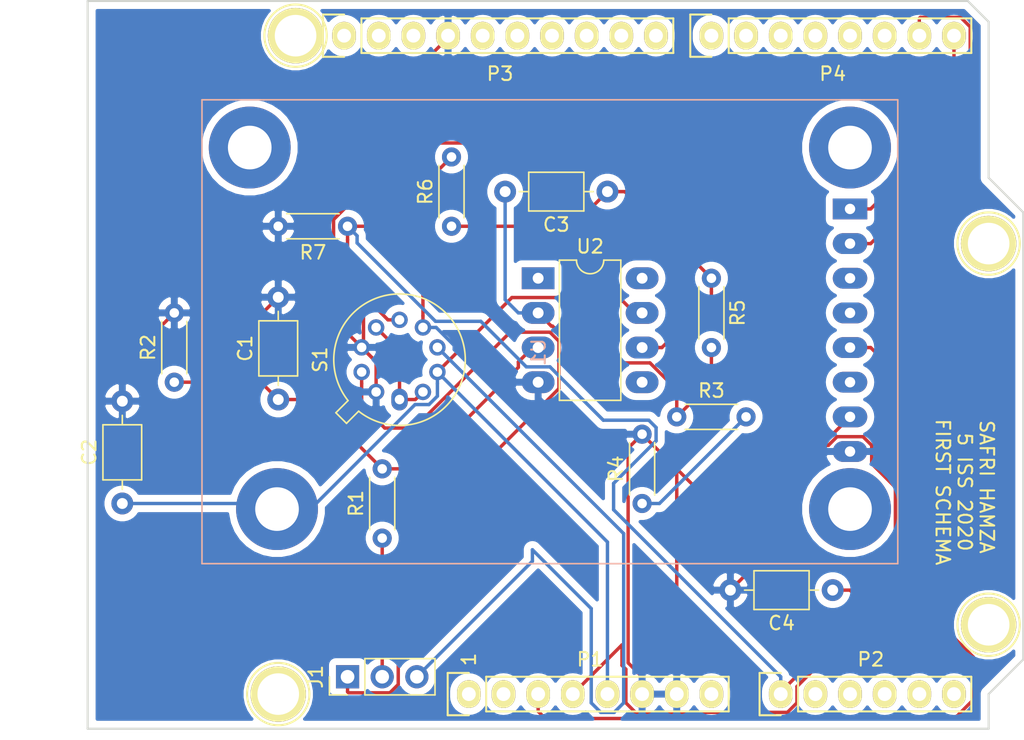
<source format=kicad_pcb>
(kicad_pcb (version 20171130) (host pcbnew "(5.1.5)-2")

  (general
    (thickness 1.6)
    (drawings 27)
    (tracks 192)
    (zones 0)
    (modules 23)
    (nets 49)
  )

  (page A4)
  (title_block
    (date "lun. 30 mars 2015")
  )

  (layers
    (0 F.Cu signal)
    (31 B.Cu signal)
    (32 B.Adhes user)
    (33 F.Adhes user)
    (34 B.Paste user)
    (35 F.Paste user)
    (36 B.SilkS user)
    (37 F.SilkS user)
    (38 B.Mask user)
    (39 F.Mask user)
    (40 Dwgs.User user)
    (41 Cmts.User user)
    (42 Eco1.User user)
    (43 Eco2.User user)
    (44 Edge.Cuts user)
    (45 Margin user)
    (46 B.CrtYd user)
    (47 F.CrtYd user)
    (48 B.Fab user)
    (49 F.Fab user)
  )

  (setup
    (last_trace_width 0.25)
    (user_trace_width 0.8)
    (trace_clearance 0.2)
    (zone_clearance 0.508)
    (zone_45_only no)
    (trace_min 0.2)
    (via_size 0.6)
    (via_drill 0.4)
    (via_min_size 0.4)
    (via_min_drill 0.3)
    (uvia_size 0.3)
    (uvia_drill 0.1)
    (uvias_allowed no)
    (uvia_min_size 0.2)
    (uvia_min_drill 0.1)
    (edge_width 0.15)
    (segment_width 0.15)
    (pcb_text_width 0.3)
    (pcb_text_size 1.5 1.5)
    (mod_edge_width 0.15)
    (mod_text_size 1 1)
    (mod_text_width 0.15)
    (pad_size 1.7 1.7)
    (pad_drill 1)
    (pad_to_mask_clearance 0)
    (aux_axis_origin 110.998 126.365)
    (grid_origin 110.998 126.365)
    (visible_elements 7FFFFFFF)
    (pcbplotparams
      (layerselection 0x00030_80000001)
      (usegerberextensions false)
      (usegerberattributes false)
      (usegerberadvancedattributes false)
      (creategerberjobfile false)
      (excludeedgelayer true)
      (linewidth 0.100000)
      (plotframeref false)
      (viasonmask false)
      (mode 1)
      (useauxorigin false)
      (hpglpennumber 1)
      (hpglpenspeed 20)
      (hpglpendiameter 15.000000)
      (psnegative false)
      (psa4output false)
      (plotreference true)
      (plotvalue true)
      (plotinvisibletext false)
      (padsonsilk false)
      (subtractmaskfromsilk false)
      (outputformat 1)
      (mirror false)
      (drillshape 1)
      (scaleselection 1)
      (outputdirectory ""))
  )

  (net 0 "")
  (net 1 /Reset)
  (net 2 +5V)
  (net 3 GND)
  (net 4 /A1)
  (net 5 /A2)
  (net 6 /A3)
  (net 7 "/9(**)")
  (net 8 /8)
  (net 9 /7)
  (net 10 "/6(**)")
  (net 11 "/5(**)")
  (net 12 /4)
  (net 13 "/3(**)")
  (net 14 /2)
  (net 15 "Net-(P5-Pad1)")
  (net 16 "Net-(P6-Pad1)")
  (net 17 "Net-(P7-Pad1)")
  (net 18 "Net-(P8-Pad1)")
  (net 19 "/13(SCK)")
  (net 20 "/10(**/SS)")
  (net 21 "Net-(P1-Pad1)")
  (net 22 +3V3)
  (net 23 "/12(MISO)")
  (net 24 "/11(**/MOSI)")
  (net 25 "Net-(J1-Pad1)")
  (net 26 "Net-(J1-Pad3)")
  (net 27 "Net-(U1-Pad3)")
  (net 28 "Net-(U1-Pad4)")
  (net 29 "Net-(C1-Pad1)")
  (net 30 "Net-(C3-Pad2)")
  (net 31 "Net-(C3-Pad1)")
  (net 32 /A0)
  (net 33 /Tx)
  (net 34 /Rx)
  (net 35 "Net-(R3-Pad2)")
  (net 36 "Net-(U2-Pad1)")
  (net 37 "Net-(U2-Pad5)")
  (net 38 "Net-(U2-Pad8)")
  (net 39 VDD)
  (net 40 "Net-(P1-Pad2)")
  (net 41 "Net-(P1-Pad8)")
  (net 42 "Net-(P2-Pad5)")
  (net 43 "Net-(P2-Pad6)")
  (net 44 "Net-(P3-Pad1)")
  (net 45 "Net-(P3-Pad2)")
  (net 46 "Net-(P3-Pad3)")
  (net 47 GazSensor)
  (net 48 "Net-(U1-Pad6)")

  (net_class Default "This is the default net class."
    (clearance 0.2)
    (trace_width 0.25)
    (via_dia 0.6)
    (via_drill 0.4)
    (uvia_dia 0.3)
    (uvia_drill 0.1)
    (add_net +3V3)
    (add_net +5V)
    (add_net "/10(**/SS)")
    (add_net "/11(**/MOSI)")
    (add_net "/12(MISO)")
    (add_net "/13(SCK)")
    (add_net /2)
    (add_net "/3(**)")
    (add_net /4)
    (add_net "/5(**)")
    (add_net "/6(**)")
    (add_net /7)
    (add_net /8)
    (add_net "/9(**)")
    (add_net /A0)
    (add_net /A1)
    (add_net /A2)
    (add_net /A3)
    (add_net /Reset)
    (add_net /Rx)
    (add_net /Tx)
    (add_net GND)
    (add_net GazSensor)
    (add_net "Net-(C1-Pad1)")
    (add_net "Net-(C3-Pad1)")
    (add_net "Net-(C3-Pad2)")
    (add_net "Net-(J1-Pad1)")
    (add_net "Net-(J1-Pad3)")
    (add_net "Net-(P1-Pad1)")
    (add_net "Net-(P1-Pad2)")
    (add_net "Net-(P1-Pad8)")
    (add_net "Net-(P2-Pad5)")
    (add_net "Net-(P2-Pad6)")
    (add_net "Net-(P3-Pad1)")
    (add_net "Net-(P3-Pad2)")
    (add_net "Net-(P3-Pad3)")
    (add_net "Net-(P5-Pad1)")
    (add_net "Net-(P6-Pad1)")
    (add_net "Net-(P7-Pad1)")
    (add_net "Net-(P8-Pad1)")
    (add_net "Net-(R3-Pad2)")
    (add_net "Net-(U1-Pad3)")
    (add_net "Net-(U1-Pad4)")
    (add_net "Net-(U1-Pad6)")
    (add_net "Net-(U2-Pad1)")
    (add_net "Net-(U2-Pad5)")
    (add_net "Net-(U2-Pad8)")
    (add_net VDD)
  )

  (module Package_DIP:DIP-8_W7.62mm_LongPads (layer F.Cu) (tedit 5A02E8C5) (tstamp 5E024587)
    (at 144.018 93.345)
    (descr "8-lead though-hole mounted DIP package, row spacing 7.62 mm (300 mils), LongPads")
    (tags "THT DIP DIL PDIP 2.54mm 7.62mm 300mil LongPads")
    (path /5DF0BB95)
    (fp_text reference U2 (at 3.81 -2.33) (layer F.SilkS)
      (effects (font (size 1 1) (thickness 0.15)))
    )
    (fp_text value LTC1050 (at 3.81 9.95) (layer F.Fab)
      (effects (font (size 1 1) (thickness 0.15)))
    )
    (fp_arc (start 3.81 -1.33) (end 2.81 -1.33) (angle -180) (layer F.SilkS) (width 0.12))
    (fp_line (start 1.635 -1.27) (end 6.985 -1.27) (layer F.Fab) (width 0.1))
    (fp_line (start 6.985 -1.27) (end 6.985 8.89) (layer F.Fab) (width 0.1))
    (fp_line (start 6.985 8.89) (end 0.635 8.89) (layer F.Fab) (width 0.1))
    (fp_line (start 0.635 8.89) (end 0.635 -0.27) (layer F.Fab) (width 0.1))
    (fp_line (start 0.635 -0.27) (end 1.635 -1.27) (layer F.Fab) (width 0.1))
    (fp_line (start 2.81 -1.33) (end 1.56 -1.33) (layer F.SilkS) (width 0.12))
    (fp_line (start 1.56 -1.33) (end 1.56 8.95) (layer F.SilkS) (width 0.12))
    (fp_line (start 1.56 8.95) (end 6.06 8.95) (layer F.SilkS) (width 0.12))
    (fp_line (start 6.06 8.95) (end 6.06 -1.33) (layer F.SilkS) (width 0.12))
    (fp_line (start 6.06 -1.33) (end 4.81 -1.33) (layer F.SilkS) (width 0.12))
    (fp_line (start -1.45 -1.55) (end -1.45 9.15) (layer F.CrtYd) (width 0.05))
    (fp_line (start -1.45 9.15) (end 9.1 9.15) (layer F.CrtYd) (width 0.05))
    (fp_line (start 9.1 9.15) (end 9.1 -1.55) (layer F.CrtYd) (width 0.05))
    (fp_line (start 9.1 -1.55) (end -1.45 -1.55) (layer F.CrtYd) (width 0.05))
    (fp_text user %R (at 3.81 3.81) (layer F.Fab)
      (effects (font (size 1 1) (thickness 0.15)))
    )
    (pad 1 thru_hole rect (at 0 0) (size 2.4 1.6) (drill 0.8) (layers *.Cu *.Mask)
      (net 36 "Net-(U2-Pad1)"))
    (pad 5 thru_hole oval (at 7.62 7.62) (size 2.4 1.6) (drill 0.8) (layers *.Cu *.Mask)
      (net 37 "Net-(U2-Pad5)"))
    (pad 2 thru_hole oval (at 0 2.54) (size 2.4 1.6) (drill 0.8) (layers *.Cu *.Mask)
      (net 30 "Net-(C3-Pad2)"))
    (pad 6 thru_hole oval (at 7.62 5.08) (size 2.4 1.6) (drill 0.8) (layers *.Cu *.Mask)
      (net 31 "Net-(C3-Pad1)"))
    (pad 3 thru_hole oval (at 0 5.08) (size 2.4 1.6) (drill 0.8) (layers *.Cu *.Mask)
      (net 29 "Net-(C1-Pad1)"))
    (pad 7 thru_hole oval (at 7.62 2.54) (size 2.4 1.6) (drill 0.8) (layers *.Cu *.Mask)
      (net 2 +5V))
    (pad 4 thru_hole oval (at 0 7.62) (size 2.4 1.6) (drill 0.8) (layers *.Cu *.Mask)
      (net 3 GND))
    (pad 8 thru_hole oval (at 7.62 0) (size 2.4 1.6) (drill 0.8) (layers *.Cu *.Mask)
      (net 38 "Net-(U2-Pad8)"))
    (model ${KISYS3DMOD}/Package_DIP.3dshapes/DIP-8_W7.62mm.wrl
      (at (xyz 0 0 0))
      (scale (xyz 1 1 1))
      (rotate (xyz 0 0 0))
    )
  )

  (module Socket_Arduino_Uno:Socket_Strip_Arduino_1x08 locked (layer F.Cu) (tedit 552168D2) (tstamp 551AF9EA)
    (at 138.938 123.825)
    (descr "Through hole socket strip")
    (tags "socket strip")
    (path /56D70129)
    (fp_text reference P1 (at 8.89 -2.54) (layer F.SilkS)
      (effects (font (size 1 1) (thickness 0.15)))
    )
    (fp_text value Power (at 8.89 -4.064) (layer F.Fab)
      (effects (font (size 1 1) (thickness 0.15)))
    )
    (fp_line (start -1.75 -1.75) (end -1.75 1.75) (layer F.CrtYd) (width 0.05))
    (fp_line (start 19.55 -1.75) (end 19.55 1.75) (layer F.CrtYd) (width 0.05))
    (fp_line (start -1.75 -1.75) (end 19.55 -1.75) (layer F.CrtYd) (width 0.05))
    (fp_line (start -1.75 1.75) (end 19.55 1.75) (layer F.CrtYd) (width 0.05))
    (fp_line (start 1.27 1.27) (end 19.05 1.27) (layer F.SilkS) (width 0.15))
    (fp_line (start 19.05 1.27) (end 19.05 -1.27) (layer F.SilkS) (width 0.15))
    (fp_line (start 19.05 -1.27) (end 1.27 -1.27) (layer F.SilkS) (width 0.15))
    (fp_line (start -1.55 1.55) (end 0 1.55) (layer F.SilkS) (width 0.15))
    (fp_line (start 1.27 1.27) (end 1.27 -1.27) (layer F.SilkS) (width 0.15))
    (fp_line (start 0 -1.55) (end -1.55 -1.55) (layer F.SilkS) (width 0.15))
    (fp_line (start -1.55 -1.55) (end -1.55 1.55) (layer F.SilkS) (width 0.15))
    (pad 1 thru_hole oval (at 0 0) (size 1.7272 2.032) (drill 1.016) (layers *.Cu *.Mask F.SilkS)
      (net 21 "Net-(P1-Pad1)"))
    (pad 2 thru_hole oval (at 2.54 0) (size 1.7272 2.032) (drill 1.016) (layers *.Cu *.Mask F.SilkS)
      (net 40 "Net-(P1-Pad2)"))
    (pad 3 thru_hole oval (at 5.08 0) (size 1.7272 2.032) (drill 1.016) (layers *.Cu *.Mask F.SilkS)
      (net 1 /Reset))
    (pad 4 thru_hole oval (at 7.62 0) (size 1.7272 2.032) (drill 1.016) (layers *.Cu *.Mask F.SilkS)
      (net 22 +3V3))
    (pad 5 thru_hole oval (at 10.16 0) (size 1.7272 2.032) (drill 1.016) (layers *.Cu *.Mask F.SilkS)
      (net 2 +5V))
    (pad 6 thru_hole oval (at 12.7 0) (size 1.7272 2.032) (drill 1.016) (layers *.Cu *.Mask F.SilkS)
      (net 3 GND))
    (pad 7 thru_hole oval (at 15.24 0) (size 1.7272 2.032) (drill 1.016) (layers *.Cu *.Mask F.SilkS)
      (net 3 GND))
    (pad 8 thru_hole oval (at 17.78 0) (size 1.7272 2.032) (drill 1.016) (layers *.Cu *.Mask F.SilkS)
      (net 41 "Net-(P1-Pad8)"))
    (model ${KIPRJMOD}/Socket_Arduino_Uno.3dshapes/Socket_header_Arduino_1x08.wrl
      (offset (xyz 8.889999866485596 0 0))
      (scale (xyz 1 1 1))
      (rotate (xyz 0 0 180))
    )
  )

  (module Socket_Arduino_Uno:Socket_Strip_Arduino_1x06 locked (layer F.Cu) (tedit 552168D6) (tstamp 551AF9FF)
    (at 161.798 123.825)
    (descr "Through hole socket strip")
    (tags "socket strip")
    (path /56D70DD8)
    (fp_text reference P2 (at 6.604 -2.54) (layer F.SilkS)
      (effects (font (size 1 1) (thickness 0.15)))
    )
    (fp_text value Analog (at 6.604 -4.064) (layer F.Fab)
      (effects (font (size 1 1) (thickness 0.15)))
    )
    (fp_line (start -1.75 -1.75) (end -1.75 1.75) (layer F.CrtYd) (width 0.05))
    (fp_line (start 14.45 -1.75) (end 14.45 1.75) (layer F.CrtYd) (width 0.05))
    (fp_line (start -1.75 -1.75) (end 14.45 -1.75) (layer F.CrtYd) (width 0.05))
    (fp_line (start -1.75 1.75) (end 14.45 1.75) (layer F.CrtYd) (width 0.05))
    (fp_line (start 1.27 1.27) (end 13.97 1.27) (layer F.SilkS) (width 0.15))
    (fp_line (start 13.97 1.27) (end 13.97 -1.27) (layer F.SilkS) (width 0.15))
    (fp_line (start 13.97 -1.27) (end 1.27 -1.27) (layer F.SilkS) (width 0.15))
    (fp_line (start -1.55 1.55) (end 0 1.55) (layer F.SilkS) (width 0.15))
    (fp_line (start 1.27 1.27) (end 1.27 -1.27) (layer F.SilkS) (width 0.15))
    (fp_line (start 0 -1.55) (end -1.55 -1.55) (layer F.SilkS) (width 0.15))
    (fp_line (start -1.55 -1.55) (end -1.55 1.55) (layer F.SilkS) (width 0.15))
    (pad 1 thru_hole oval (at 0 0) (size 1.7272 2.032) (drill 1.016) (layers *.Cu *.Mask F.SilkS)
      (net 32 /A0))
    (pad 2 thru_hole oval (at 2.54 0) (size 1.7272 2.032) (drill 1.016) (layers *.Cu *.Mask F.SilkS)
      (net 4 /A1))
    (pad 3 thru_hole oval (at 5.08 0) (size 1.7272 2.032) (drill 1.016) (layers *.Cu *.Mask F.SilkS)
      (net 5 /A2))
    (pad 4 thru_hole oval (at 7.62 0) (size 1.7272 2.032) (drill 1.016) (layers *.Cu *.Mask F.SilkS)
      (net 6 /A3))
    (pad 5 thru_hole oval (at 10.16 0) (size 1.7272 2.032) (drill 1.016) (layers *.Cu *.Mask F.SilkS)
      (net 42 "Net-(P2-Pad5)"))
    (pad 6 thru_hole oval (at 12.7 0) (size 1.7272 2.032) (drill 1.016) (layers *.Cu *.Mask F.SilkS)
      (net 43 "Net-(P2-Pad6)"))
    (model ${KIPRJMOD}/Socket_Arduino_Uno.3dshapes/Socket_header_Arduino_1x06.wrl
      (offset (xyz 6.349999904632568 0 0))
      (scale (xyz 1 1 1))
      (rotate (xyz 0 0 180))
    )
  )

  (module Socket_Arduino_Uno:Socket_Strip_Arduino_1x10 locked (layer F.Cu) (tedit 552168BF) (tstamp 551AFA18)
    (at 129.794 75.565)
    (descr "Through hole socket strip")
    (tags "socket strip")
    (path /56D721E0)
    (fp_text reference P3 (at 11.43 2.794) (layer F.SilkS)
      (effects (font (size 1 1) (thickness 0.15)))
    )
    (fp_text value Digital (at 11.43 4.318) (layer F.Fab)
      (effects (font (size 1 1) (thickness 0.15)))
    )
    (fp_line (start -1.75 -1.75) (end -1.75 1.75) (layer F.CrtYd) (width 0.05))
    (fp_line (start 24.65 -1.75) (end 24.65 1.75) (layer F.CrtYd) (width 0.05))
    (fp_line (start -1.75 -1.75) (end 24.65 -1.75) (layer F.CrtYd) (width 0.05))
    (fp_line (start -1.75 1.75) (end 24.65 1.75) (layer F.CrtYd) (width 0.05))
    (fp_line (start 1.27 1.27) (end 24.13 1.27) (layer F.SilkS) (width 0.15))
    (fp_line (start 24.13 1.27) (end 24.13 -1.27) (layer F.SilkS) (width 0.15))
    (fp_line (start 24.13 -1.27) (end 1.27 -1.27) (layer F.SilkS) (width 0.15))
    (fp_line (start -1.55 1.55) (end 0 1.55) (layer F.SilkS) (width 0.15))
    (fp_line (start 1.27 1.27) (end 1.27 -1.27) (layer F.SilkS) (width 0.15))
    (fp_line (start 0 -1.55) (end -1.55 -1.55) (layer F.SilkS) (width 0.15))
    (fp_line (start -1.55 -1.55) (end -1.55 1.55) (layer F.SilkS) (width 0.15))
    (pad 1 thru_hole oval (at 0 0) (size 1.7272 2.032) (drill 1.016) (layers *.Cu *.Mask F.SilkS)
      (net 44 "Net-(P3-Pad1)"))
    (pad 2 thru_hole oval (at 2.54 0) (size 1.7272 2.032) (drill 1.016) (layers *.Cu *.Mask F.SilkS)
      (net 45 "Net-(P3-Pad2)"))
    (pad 3 thru_hole oval (at 5.08 0) (size 1.7272 2.032) (drill 1.016) (layers *.Cu *.Mask F.SilkS)
      (net 46 "Net-(P3-Pad3)"))
    (pad 4 thru_hole oval (at 7.62 0) (size 1.7272 2.032) (drill 1.016) (layers *.Cu *.Mask F.SilkS)
      (net 3 GND))
    (pad 5 thru_hole oval (at 10.16 0) (size 1.7272 2.032) (drill 1.016) (layers *.Cu *.Mask F.SilkS)
      (net 19 "/13(SCK)"))
    (pad 6 thru_hole oval (at 12.7 0) (size 1.7272 2.032) (drill 1.016) (layers *.Cu *.Mask F.SilkS)
      (net 23 "/12(MISO)"))
    (pad 7 thru_hole oval (at 15.24 0) (size 1.7272 2.032) (drill 1.016) (layers *.Cu *.Mask F.SilkS)
      (net 24 "/11(**/MOSI)"))
    (pad 8 thru_hole oval (at 17.78 0) (size 1.7272 2.032) (drill 1.016) (layers *.Cu *.Mask F.SilkS)
      (net 20 "/10(**/SS)"))
    (pad 9 thru_hole oval (at 20.32 0) (size 1.7272 2.032) (drill 1.016) (layers *.Cu *.Mask F.SilkS)
      (net 7 "/9(**)"))
    (pad 10 thru_hole oval (at 22.86 0) (size 1.7272 2.032) (drill 1.016) (layers *.Cu *.Mask F.SilkS)
      (net 8 /8))
    (model ${KIPRJMOD}/Socket_Arduino_Uno.3dshapes/Socket_header_Arduino_1x10.wrl
      (offset (xyz 11.42999982833862 0 0))
      (scale (xyz 1 1 1))
      (rotate (xyz 0 0 180))
    )
  )

  (module Socket_Arduino_Uno:Socket_Strip_Arduino_1x08 locked (layer F.Cu) (tedit 552168C7) (tstamp 551AFA2F)
    (at 156.718 75.565)
    (descr "Through hole socket strip")
    (tags "socket strip")
    (path /56D7164F)
    (fp_text reference P4 (at 8.89 2.794) (layer F.SilkS)
      (effects (font (size 1 1) (thickness 0.15)))
    )
    (fp_text value Digital (at 8.89 4.318) (layer F.Fab)
      (effects (font (size 1 1) (thickness 0.15)))
    )
    (fp_line (start -1.75 -1.75) (end -1.75 1.75) (layer F.CrtYd) (width 0.05))
    (fp_line (start 19.55 -1.75) (end 19.55 1.75) (layer F.CrtYd) (width 0.05))
    (fp_line (start -1.75 -1.75) (end 19.55 -1.75) (layer F.CrtYd) (width 0.05))
    (fp_line (start -1.75 1.75) (end 19.55 1.75) (layer F.CrtYd) (width 0.05))
    (fp_line (start 1.27 1.27) (end 19.05 1.27) (layer F.SilkS) (width 0.15))
    (fp_line (start 19.05 1.27) (end 19.05 -1.27) (layer F.SilkS) (width 0.15))
    (fp_line (start 19.05 -1.27) (end 1.27 -1.27) (layer F.SilkS) (width 0.15))
    (fp_line (start -1.55 1.55) (end 0 1.55) (layer F.SilkS) (width 0.15))
    (fp_line (start 1.27 1.27) (end 1.27 -1.27) (layer F.SilkS) (width 0.15))
    (fp_line (start 0 -1.55) (end -1.55 -1.55) (layer F.SilkS) (width 0.15))
    (fp_line (start -1.55 -1.55) (end -1.55 1.55) (layer F.SilkS) (width 0.15))
    (pad 1 thru_hole oval (at 0 0) (size 1.7272 2.032) (drill 1.016) (layers *.Cu *.Mask F.SilkS)
      (net 9 /7))
    (pad 2 thru_hole oval (at 2.54 0) (size 1.7272 2.032) (drill 1.016) (layers *.Cu *.Mask F.SilkS)
      (net 10 "/6(**)"))
    (pad 3 thru_hole oval (at 5.08 0) (size 1.7272 2.032) (drill 1.016) (layers *.Cu *.Mask F.SilkS)
      (net 11 "/5(**)"))
    (pad 4 thru_hole oval (at 7.62 0) (size 1.7272 2.032) (drill 1.016) (layers *.Cu *.Mask F.SilkS)
      (net 12 /4))
    (pad 5 thru_hole oval (at 10.16 0) (size 1.7272 2.032) (drill 1.016) (layers *.Cu *.Mask F.SilkS)
      (net 13 "/3(**)"))
    (pad 6 thru_hole oval (at 12.7 0) (size 1.7272 2.032) (drill 1.016) (layers *.Cu *.Mask F.SilkS)
      (net 14 /2))
    (pad 7 thru_hole oval (at 15.24 0) (size 1.7272 2.032) (drill 1.016) (layers *.Cu *.Mask F.SilkS)
      (net 33 /Tx))
    (pad 8 thru_hole oval (at 17.78 0) (size 1.7272 2.032) (drill 1.016) (layers *.Cu *.Mask F.SilkS)
      (net 34 /Rx))
    (model ${KIPRJMOD}/Socket_Arduino_Uno.3dshapes/Socket_header_Arduino_1x08.wrl
      (offset (xyz 8.889999866485596 0 0))
      (scale (xyz 1 1 1))
      (rotate (xyz 0 0 180))
    )
  )

  (module Socket_Arduino_Uno:Arduino_1pin locked (layer F.Cu) (tedit 5524FC39) (tstamp 5524FC3F)
    (at 124.968 123.825)
    (descr "module 1 pin (ou trou mecanique de percage)")
    (tags DEV)
    (path /56D71177)
    (fp_text reference P5 (at 0 -3.048) (layer F.SilkS) hide
      (effects (font (size 1 1) (thickness 0.15)))
    )
    (fp_text value CONN_01X01 (at 0 2.794) (layer F.Fab) hide
      (effects (font (size 1 1) (thickness 0.15)))
    )
    (fp_circle (center 0 0) (end 0 -2.286) (layer F.SilkS) (width 0.15))
    (pad 1 thru_hole circle (at 0 0) (size 4.064 4.064) (drill 3.048) (layers *.Cu *.Mask F.SilkS)
      (net 15 "Net-(P5-Pad1)"))
  )

  (module Socket_Arduino_Uno:Arduino_1pin locked (layer F.Cu) (tedit 5524FC4A) (tstamp 5524FC44)
    (at 177.038 118.745)
    (descr "module 1 pin (ou trou mecanique de percage)")
    (tags DEV)
    (path /56D71274)
    (fp_text reference P6 (at 0 -3.048) (layer F.SilkS) hide
      (effects (font (size 1 1) (thickness 0.15)))
    )
    (fp_text value CONN_01X01 (at 0 2.794) (layer F.Fab) hide
      (effects (font (size 1 1) (thickness 0.15)))
    )
    (fp_circle (center 0 0) (end 0 -2.286) (layer F.SilkS) (width 0.15))
    (pad 1 thru_hole circle (at 0 0) (size 4.064 4.064) (drill 3.048) (layers *.Cu *.Mask F.SilkS)
      (net 16 "Net-(P6-Pad1)"))
  )

  (module Socket_Arduino_Uno:Arduino_1pin locked (layer F.Cu) (tedit 5524FC2F) (tstamp 5524FC49)
    (at 126.238 75.565)
    (descr "module 1 pin (ou trou mecanique de percage)")
    (tags DEV)
    (path /56D712A8)
    (fp_text reference P7 (at 0 -3.048) (layer F.SilkS) hide
      (effects (font (size 1 1) (thickness 0.15)))
    )
    (fp_text value CONN_01X01 (at 0 2.794) (layer F.Fab) hide
      (effects (font (size 1 1) (thickness 0.15)))
    )
    (fp_circle (center 0 0) (end 0 -2.286) (layer F.SilkS) (width 0.15))
    (pad 1 thru_hole circle (at 0 0) (size 4.064 4.064) (drill 3.048) (layers *.Cu *.Mask F.SilkS)
      (net 17 "Net-(P7-Pad1)"))
  )

  (module Socket_Arduino_Uno:Arduino_1pin locked (layer F.Cu) (tedit 5524FC41) (tstamp 5524FC4E)
    (at 177.038 90.805)
    (descr "module 1 pin (ou trou mecanique de percage)")
    (tags DEV)
    (path /56D712DB)
    (fp_text reference P8 (at 0 -3.048) (layer F.SilkS) hide
      (effects (font (size 1 1) (thickness 0.15)))
    )
    (fp_text value CONN_01X01 (at 0 2.794) (layer F.Fab) hide
      (effects (font (size 1 1) (thickness 0.15)))
    )
    (fp_circle (center 0 0) (end 0 -2.286) (layer F.SilkS) (width 0.15))
    (pad 1 thru_hole circle (at 0 0) (size 4.064 4.064) (drill 3.048) (layers *.Cu *.Mask F.SilkS)
      (net 18 "Net-(P8-Pad1)"))
  )

  (module Capacitor_THT:C_Axial_L3.8mm_D2.6mm_P7.50mm_Horizontal (layer F.Cu) (tedit 5AE50EF0) (tstamp 5E02444A)
    (at 124.968 102.235 90)
    (descr "C, Axial series, Axial, Horizontal, pin pitch=7.5mm, , length*diameter=3.8*2.6mm^2, http://www.vishay.com/docs/45231/arseries.pdf")
    (tags "C Axial series Axial Horizontal pin pitch 7.5mm  length 3.8mm diameter 2.6mm")
    (path /5DF38434)
    (fp_text reference C1 (at 3.75 -2.42 90) (layer F.SilkS)
      (effects (font (size 1 1) (thickness 0.15)))
    )
    (fp_text value 100n (at 3.75 2.42 90) (layer F.Fab)
      (effects (font (size 1 1) (thickness 0.15)))
    )
    (fp_line (start 1.85 -1.3) (end 1.85 1.3) (layer F.Fab) (width 0.1))
    (fp_line (start 1.85 1.3) (end 5.65 1.3) (layer F.Fab) (width 0.1))
    (fp_line (start 5.65 1.3) (end 5.65 -1.3) (layer F.Fab) (width 0.1))
    (fp_line (start 5.65 -1.3) (end 1.85 -1.3) (layer F.Fab) (width 0.1))
    (fp_line (start 0 0) (end 1.85 0) (layer F.Fab) (width 0.1))
    (fp_line (start 7.5 0) (end 5.65 0) (layer F.Fab) (width 0.1))
    (fp_line (start 1.73 -1.42) (end 1.73 1.42) (layer F.SilkS) (width 0.12))
    (fp_line (start 1.73 1.42) (end 5.77 1.42) (layer F.SilkS) (width 0.12))
    (fp_line (start 5.77 1.42) (end 5.77 -1.42) (layer F.SilkS) (width 0.12))
    (fp_line (start 5.77 -1.42) (end 1.73 -1.42) (layer F.SilkS) (width 0.12))
    (fp_line (start 1.04 0) (end 1.73 0) (layer F.SilkS) (width 0.12))
    (fp_line (start 6.46 0) (end 5.77 0) (layer F.SilkS) (width 0.12))
    (fp_line (start -1.05 -1.55) (end -1.05 1.55) (layer F.CrtYd) (width 0.05))
    (fp_line (start -1.05 1.55) (end 8.55 1.55) (layer F.CrtYd) (width 0.05))
    (fp_line (start 8.55 1.55) (end 8.55 -1.55) (layer F.CrtYd) (width 0.05))
    (fp_line (start 8.55 -1.55) (end -1.05 -1.55) (layer F.CrtYd) (width 0.05))
    (fp_text user %R (at 3.75 0 90) (layer F.Fab)
      (effects (font (size 0.76 0.76) (thickness 0.114)))
    )
    (pad 1 thru_hole circle (at 0 0 90) (size 1.6 1.6) (drill 0.8) (layers *.Cu *.Mask)
      (net 29 "Net-(C1-Pad1)"))
    (pad 2 thru_hole oval (at 7.5 0 90) (size 1.6 1.6) (drill 0.8) (layers *.Cu *.Mask)
      (net 3 GND))
    (model ${KISYS3DMOD}/Capacitor_THT.3dshapes/C_Axial_L3.8mm_D2.6mm_P7.50mm_Horizontal.wrl
      (at (xyz 0 0 0))
      (scale (xyz 1 1 1))
      (rotate (xyz 0 0 0))
    )
  )

  (module Capacitor_THT:C_Axial_L3.8mm_D2.6mm_P7.50mm_Horizontal (layer F.Cu) (tedit 5AE50EF0) (tstamp 5E024461)
    (at 113.538 109.855 90)
    (descr "C, Axial series, Axial, Horizontal, pin pitch=7.5mm, , length*diameter=3.8*2.6mm^2, http://www.vishay.com/docs/45231/arseries.pdf")
    (tags "C Axial series Axial Horizontal pin pitch 7.5mm  length 3.8mm diameter 2.6mm")
    (path /5DF3A6E0)
    (fp_text reference C2 (at 3.75 -2.42 90) (layer F.SilkS)
      (effects (font (size 1 1) (thickness 0.15)))
    )
    (fp_text value 100n (at 3.75 2.42 90) (layer F.Fab)
      (effects (font (size 1 1) (thickness 0.15)))
    )
    (fp_text user %R (at 3.75 0 90) (layer F.Fab)
      (effects (font (size 0.76 0.76) (thickness 0.114)))
    )
    (fp_line (start 8.55 -1.55) (end -1.05 -1.55) (layer F.CrtYd) (width 0.05))
    (fp_line (start 8.55 1.55) (end 8.55 -1.55) (layer F.CrtYd) (width 0.05))
    (fp_line (start -1.05 1.55) (end 8.55 1.55) (layer F.CrtYd) (width 0.05))
    (fp_line (start -1.05 -1.55) (end -1.05 1.55) (layer F.CrtYd) (width 0.05))
    (fp_line (start 6.46 0) (end 5.77 0) (layer F.SilkS) (width 0.12))
    (fp_line (start 1.04 0) (end 1.73 0) (layer F.SilkS) (width 0.12))
    (fp_line (start 5.77 -1.42) (end 1.73 -1.42) (layer F.SilkS) (width 0.12))
    (fp_line (start 5.77 1.42) (end 5.77 -1.42) (layer F.SilkS) (width 0.12))
    (fp_line (start 1.73 1.42) (end 5.77 1.42) (layer F.SilkS) (width 0.12))
    (fp_line (start 1.73 -1.42) (end 1.73 1.42) (layer F.SilkS) (width 0.12))
    (fp_line (start 7.5 0) (end 5.65 0) (layer F.Fab) (width 0.1))
    (fp_line (start 0 0) (end 1.85 0) (layer F.Fab) (width 0.1))
    (fp_line (start 5.65 -1.3) (end 1.85 -1.3) (layer F.Fab) (width 0.1))
    (fp_line (start 5.65 1.3) (end 5.65 -1.3) (layer F.Fab) (width 0.1))
    (fp_line (start 1.85 1.3) (end 5.65 1.3) (layer F.Fab) (width 0.1))
    (fp_line (start 1.85 -1.3) (end 1.85 1.3) (layer F.Fab) (width 0.1))
    (pad 2 thru_hole oval (at 7.5 0 90) (size 1.6 1.6) (drill 0.8) (layers *.Cu *.Mask)
      (net 3 GND))
    (pad 1 thru_hole circle (at 0 0 90) (size 1.6 1.6) (drill 0.8) (layers *.Cu *.Mask)
      (net 2 +5V))
    (model ${KISYS3DMOD}/Capacitor_THT.3dshapes/C_Axial_L3.8mm_D2.6mm_P7.50mm_Horizontal.wrl
      (at (xyz 0 0 0))
      (scale (xyz 1 1 1))
      (rotate (xyz 0 0 0))
    )
  )

  (module Capacitor_THT:C_Axial_L3.8mm_D2.6mm_P7.50mm_Horizontal (layer F.Cu) (tedit 5AE50EF0) (tstamp 5E024478)
    (at 149.098 86.995 180)
    (descr "C, Axial series, Axial, Horizontal, pin pitch=7.5mm, , length*diameter=3.8*2.6mm^2, http://www.vishay.com/docs/45231/arseries.pdf")
    (tags "C Axial series Axial Horizontal pin pitch 7.5mm  length 3.8mm diameter 2.6mm")
    (path /5DF38B3F)
    (fp_text reference C3 (at 3.75 -2.42) (layer F.SilkS)
      (effects (font (size 1 1) (thickness 0.15)))
    )
    (fp_text value 1u (at 3.75 2.42) (layer F.Fab)
      (effects (font (size 1 1) (thickness 0.15)))
    )
    (fp_text user %R (at 3.75 0) (layer F.Fab)
      (effects (font (size 0.76 0.76) (thickness 0.114)))
    )
    (fp_line (start 8.55 -1.55) (end -1.05 -1.55) (layer F.CrtYd) (width 0.05))
    (fp_line (start 8.55 1.55) (end 8.55 -1.55) (layer F.CrtYd) (width 0.05))
    (fp_line (start -1.05 1.55) (end 8.55 1.55) (layer F.CrtYd) (width 0.05))
    (fp_line (start -1.05 -1.55) (end -1.05 1.55) (layer F.CrtYd) (width 0.05))
    (fp_line (start 6.46 0) (end 5.77 0) (layer F.SilkS) (width 0.12))
    (fp_line (start 1.04 0) (end 1.73 0) (layer F.SilkS) (width 0.12))
    (fp_line (start 5.77 -1.42) (end 1.73 -1.42) (layer F.SilkS) (width 0.12))
    (fp_line (start 5.77 1.42) (end 5.77 -1.42) (layer F.SilkS) (width 0.12))
    (fp_line (start 1.73 1.42) (end 5.77 1.42) (layer F.SilkS) (width 0.12))
    (fp_line (start 1.73 -1.42) (end 1.73 1.42) (layer F.SilkS) (width 0.12))
    (fp_line (start 7.5 0) (end 5.65 0) (layer F.Fab) (width 0.1))
    (fp_line (start 0 0) (end 1.85 0) (layer F.Fab) (width 0.1))
    (fp_line (start 5.65 -1.3) (end 1.85 -1.3) (layer F.Fab) (width 0.1))
    (fp_line (start 5.65 1.3) (end 5.65 -1.3) (layer F.Fab) (width 0.1))
    (fp_line (start 1.85 1.3) (end 5.65 1.3) (layer F.Fab) (width 0.1))
    (fp_line (start 1.85 -1.3) (end 1.85 1.3) (layer F.Fab) (width 0.1))
    (pad 2 thru_hole oval (at 7.5 0 180) (size 1.6 1.6) (drill 0.8) (layers *.Cu *.Mask)
      (net 30 "Net-(C3-Pad2)"))
    (pad 1 thru_hole circle (at 0 0 180) (size 1.6 1.6) (drill 0.8) (layers *.Cu *.Mask)
      (net 31 "Net-(C3-Pad1)"))
    (model ${KISYS3DMOD}/Capacitor_THT.3dshapes/C_Axial_L3.8mm_D2.6mm_P7.50mm_Horizontal.wrl
      (at (xyz 0 0 0))
      (scale (xyz 1 1 1))
      (rotate (xyz 0 0 0))
    )
  )

  (module Capacitor_THT:C_Axial_L3.8mm_D2.6mm_P7.50mm_Horizontal (layer F.Cu) (tedit 5AE50EF0) (tstamp 5E02448F)
    (at 165.608 116.205 180)
    (descr "C, Axial series, Axial, Horizontal, pin pitch=7.5mm, , length*diameter=3.8*2.6mm^2, http://www.vishay.com/docs/45231/arseries.pdf")
    (tags "C Axial series Axial Horizontal pin pitch 7.5mm  length 3.8mm diameter 2.6mm")
    (path /5DF39F69)
    (fp_text reference C4 (at 3.75 -2.42) (layer F.SilkS)
      (effects (font (size 1 1) (thickness 0.15)))
    )
    (fp_text value 100n (at 3.75 2.42) (layer F.Fab)
      (effects (font (size 1 1) (thickness 0.15)))
    )
    (fp_line (start 1.85 -1.3) (end 1.85 1.3) (layer F.Fab) (width 0.1))
    (fp_line (start 1.85 1.3) (end 5.65 1.3) (layer F.Fab) (width 0.1))
    (fp_line (start 5.65 1.3) (end 5.65 -1.3) (layer F.Fab) (width 0.1))
    (fp_line (start 5.65 -1.3) (end 1.85 -1.3) (layer F.Fab) (width 0.1))
    (fp_line (start 0 0) (end 1.85 0) (layer F.Fab) (width 0.1))
    (fp_line (start 7.5 0) (end 5.65 0) (layer F.Fab) (width 0.1))
    (fp_line (start 1.73 -1.42) (end 1.73 1.42) (layer F.SilkS) (width 0.12))
    (fp_line (start 1.73 1.42) (end 5.77 1.42) (layer F.SilkS) (width 0.12))
    (fp_line (start 5.77 1.42) (end 5.77 -1.42) (layer F.SilkS) (width 0.12))
    (fp_line (start 5.77 -1.42) (end 1.73 -1.42) (layer F.SilkS) (width 0.12))
    (fp_line (start 1.04 0) (end 1.73 0) (layer F.SilkS) (width 0.12))
    (fp_line (start 6.46 0) (end 5.77 0) (layer F.SilkS) (width 0.12))
    (fp_line (start -1.05 -1.55) (end -1.05 1.55) (layer F.CrtYd) (width 0.05))
    (fp_line (start -1.05 1.55) (end 8.55 1.55) (layer F.CrtYd) (width 0.05))
    (fp_line (start 8.55 1.55) (end 8.55 -1.55) (layer F.CrtYd) (width 0.05))
    (fp_line (start 8.55 -1.55) (end -1.05 -1.55) (layer F.CrtYd) (width 0.05))
    (fp_text user %R (at 3.75 0) (layer F.Fab)
      (effects (font (size 0.76 0.76) (thickness 0.114)))
    )
    (pad 1 thru_hole circle (at 0 0 180) (size 1.6 1.6) (drill 0.8) (layers *.Cu *.Mask)
      (net 32 /A0))
    (pad 2 thru_hole oval (at 7.5 0 180) (size 1.6 1.6) (drill 0.8) (layers *.Cu *.Mask)
      (net 3 GND))
    (model ${KISYS3DMOD}/Capacitor_THT.3dshapes/C_Axial_L3.8mm_D2.6mm_P7.50mm_Horizontal.wrl
      (at (xyz 0 0 0))
      (scale (xyz 1 1 1))
      (rotate (xyz 0 0 0))
    )
  )

  (module Connector_PinHeader_2.54mm:PinHeader_1x03_P2.54mm_Vertical (layer F.Cu) (tedit 59FED5CC) (tstamp 5E0244A6)
    (at 130.048 122.555 90)
    (descr "Through hole straight pin header, 1x03, 2.54mm pitch, single row")
    (tags "Through hole pin header THT 1x03 2.54mm single row")
    (path /5E00621B)
    (fp_text reference J1 (at 0 -2.33 90) (layer F.SilkS)
      (effects (font (size 1 1) (thickness 0.15)))
    )
    (fp_text value Conn_01x03 (at 0 7.41 90) (layer F.Fab)
      (effects (font (size 1 1) (thickness 0.15)))
    )
    (fp_line (start -0.635 -1.27) (end 1.27 -1.27) (layer F.Fab) (width 0.1))
    (fp_line (start 1.27 -1.27) (end 1.27 6.35) (layer F.Fab) (width 0.1))
    (fp_line (start 1.27 6.35) (end -1.27 6.35) (layer F.Fab) (width 0.1))
    (fp_line (start -1.27 6.35) (end -1.27 -0.635) (layer F.Fab) (width 0.1))
    (fp_line (start -1.27 -0.635) (end -0.635 -1.27) (layer F.Fab) (width 0.1))
    (fp_line (start -1.33 6.41) (end 1.33 6.41) (layer F.SilkS) (width 0.12))
    (fp_line (start -1.33 1.27) (end -1.33 6.41) (layer F.SilkS) (width 0.12))
    (fp_line (start 1.33 1.27) (end 1.33 6.41) (layer F.SilkS) (width 0.12))
    (fp_line (start -1.33 1.27) (end 1.33 1.27) (layer F.SilkS) (width 0.12))
    (fp_line (start -1.33 0) (end -1.33 -1.33) (layer F.SilkS) (width 0.12))
    (fp_line (start -1.33 -1.33) (end 0 -1.33) (layer F.SilkS) (width 0.12))
    (fp_line (start -1.8 -1.8) (end -1.8 6.85) (layer F.CrtYd) (width 0.05))
    (fp_line (start -1.8 6.85) (end 1.8 6.85) (layer F.CrtYd) (width 0.05))
    (fp_line (start 1.8 6.85) (end 1.8 -1.8) (layer F.CrtYd) (width 0.05))
    (fp_line (start 1.8 -1.8) (end -1.8 -1.8) (layer F.CrtYd) (width 0.05))
    (fp_text user %R (at 0 2.54) (layer F.Fab)
      (effects (font (size 1 1) (thickness 0.15)))
    )
    (pad 1 thru_hole rect (at 0 0 90) (size 1.7 1.7) (drill 1) (layers *.Cu *.Mask)
      (net 25 "Net-(J1-Pad1)"))
    (pad 2 thru_hole oval (at 0 2.54 90) (size 1.7 1.7) (drill 1) (layers *.Cu *.Mask)
      (net 47 GazSensor))
    (pad 3 thru_hole oval (at 0 5.08 90) (size 1.7 1.7) (drill 1) (layers *.Cu *.Mask)
      (net 26 "Net-(J1-Pad3)"))
    (model ${KISYS3DMOD}/Connector_PinHeader_2.54mm.3dshapes/PinHeader_1x03_P2.54mm_Vertical.wrl
      (at (xyz 0 0 0))
      (scale (xyz 1 1 1))
      (rotate (xyz 0 0 0))
    )
  )

  (module Resistor_THT:R_Axial_DIN0204_L3.6mm_D1.6mm_P5.08mm_Horizontal (layer F.Cu) (tedit 5AE5139B) (tstamp 5E0244B9)
    (at 132.588 112.395 90)
    (descr "Resistor, Axial_DIN0204 series, Axial, Horizontal, pin pitch=5.08mm, 0.167W, length*diameter=3.6*1.6mm^2, http://cdn-reichelt.de/documents/datenblatt/B400/1_4W%23YAG.pdf")
    (tags "Resistor Axial_DIN0204 series Axial Horizontal pin pitch 5.08mm 0.167W length 3.6mm diameter 1.6mm")
    (path /5DF37808)
    (fp_text reference R1 (at 2.54 -1.92 90) (layer F.SilkS)
      (effects (font (size 1 1) (thickness 0.15)))
    )
    (fp_text value 10k (at 2.54 1.92 90) (layer F.Fab)
      (effects (font (size 1 1) (thickness 0.15)))
    )
    (fp_line (start 0.74 -0.8) (end 0.74 0.8) (layer F.Fab) (width 0.1))
    (fp_line (start 0.74 0.8) (end 4.34 0.8) (layer F.Fab) (width 0.1))
    (fp_line (start 4.34 0.8) (end 4.34 -0.8) (layer F.Fab) (width 0.1))
    (fp_line (start 4.34 -0.8) (end 0.74 -0.8) (layer F.Fab) (width 0.1))
    (fp_line (start 0 0) (end 0.74 0) (layer F.Fab) (width 0.1))
    (fp_line (start 5.08 0) (end 4.34 0) (layer F.Fab) (width 0.1))
    (fp_line (start 0.62 -0.92) (end 4.46 -0.92) (layer F.SilkS) (width 0.12))
    (fp_line (start 0.62 0.92) (end 4.46 0.92) (layer F.SilkS) (width 0.12))
    (fp_line (start -0.95 -1.05) (end -0.95 1.05) (layer F.CrtYd) (width 0.05))
    (fp_line (start -0.95 1.05) (end 6.03 1.05) (layer F.CrtYd) (width 0.05))
    (fp_line (start 6.03 1.05) (end 6.03 -1.05) (layer F.CrtYd) (width 0.05))
    (fp_line (start 6.03 -1.05) (end -0.95 -1.05) (layer F.CrtYd) (width 0.05))
    (fp_text user %R (at 2.54 0 90) (layer F.Fab)
      (effects (font (size 0.72 0.72) (thickness 0.108)))
    )
    (pad 1 thru_hole circle (at 0 0 90) (size 1.4 1.4) (drill 0.7) (layers *.Cu *.Mask)
      (net 47 GazSensor))
    (pad 2 thru_hole oval (at 5.08 0 90) (size 1.4 1.4) (drill 0.7) (layers *.Cu *.Mask)
      (net 29 "Net-(C1-Pad1)"))
    (model ${KISYS3DMOD}/Resistor_THT.3dshapes/R_Axial_DIN0204_L3.6mm_D1.6mm_P5.08mm_Horizontal.wrl
      (at (xyz 0 0 0))
      (scale (xyz 1 1 1))
      (rotate (xyz 0 0 0))
    )
  )

  (module Resistor_THT:R_Axial_DIN0204_L3.6mm_D1.6mm_P5.08mm_Horizontal (layer F.Cu) (tedit 5AE5139B) (tstamp 5E0244CC)
    (at 117.348 100.965 90)
    (descr "Resistor, Axial_DIN0204 series, Axial, Horizontal, pin pitch=5.08mm, 0.167W, length*diameter=3.6*1.6mm^2, http://cdn-reichelt.de/documents/datenblatt/B400/1_4W%23YAG.pdf")
    (tags "Resistor Axial_DIN0204 series Axial Horizontal pin pitch 5.08mm 0.167W length 3.6mm diameter 1.6mm")
    (path /5DF36FD8)
    (fp_text reference R2 (at 2.54 -1.92 90) (layer F.SilkS)
      (effects (font (size 1 1) (thickness 0.15)))
    )
    (fp_text value 100k (at 2.54 1.92 90) (layer F.Fab)
      (effects (font (size 1 1) (thickness 0.15)))
    )
    (fp_text user %R (at 2.54 0 90) (layer F.Fab)
      (effects (font (size 0.72 0.72) (thickness 0.108)))
    )
    (fp_line (start 6.03 -1.05) (end -0.95 -1.05) (layer F.CrtYd) (width 0.05))
    (fp_line (start 6.03 1.05) (end 6.03 -1.05) (layer F.CrtYd) (width 0.05))
    (fp_line (start -0.95 1.05) (end 6.03 1.05) (layer F.CrtYd) (width 0.05))
    (fp_line (start -0.95 -1.05) (end -0.95 1.05) (layer F.CrtYd) (width 0.05))
    (fp_line (start 0.62 0.92) (end 4.46 0.92) (layer F.SilkS) (width 0.12))
    (fp_line (start 0.62 -0.92) (end 4.46 -0.92) (layer F.SilkS) (width 0.12))
    (fp_line (start 5.08 0) (end 4.34 0) (layer F.Fab) (width 0.1))
    (fp_line (start 0 0) (end 0.74 0) (layer F.Fab) (width 0.1))
    (fp_line (start 4.34 -0.8) (end 0.74 -0.8) (layer F.Fab) (width 0.1))
    (fp_line (start 4.34 0.8) (end 4.34 -0.8) (layer F.Fab) (width 0.1))
    (fp_line (start 0.74 0.8) (end 4.34 0.8) (layer F.Fab) (width 0.1))
    (fp_line (start 0.74 -0.8) (end 0.74 0.8) (layer F.Fab) (width 0.1))
    (pad 2 thru_hole oval (at 5.08 0 90) (size 1.4 1.4) (drill 0.7) (layers *.Cu *.Mask)
      (net 3 GND))
    (pad 1 thru_hole circle (at 0 0 90) (size 1.4 1.4) (drill 0.7) (layers *.Cu *.Mask)
      (net 29 "Net-(C1-Pad1)"))
    (model ${KISYS3DMOD}/Resistor_THT.3dshapes/R_Axial_DIN0204_L3.6mm_D1.6mm_P5.08mm_Horizontal.wrl
      (at (xyz 0 0 0))
      (scale (xyz 1 1 1))
      (rotate (xyz 0 0 0))
    )
  )

  (module Resistor_THT:R_Axial_DIN0204_L3.6mm_D1.6mm_P5.08mm_Horizontal (layer F.Cu) (tedit 5AE5139B) (tstamp 5E0244DF)
    (at 154.178 103.505)
    (descr "Resistor, Axial_DIN0204 series, Axial, Horizontal, pin pitch=5.08mm, 0.167W, length*diameter=3.6*1.6mm^2, http://cdn-reichelt.de/documents/datenblatt/B400/1_4W%23YAG.pdf")
    (tags "Resistor Axial_DIN0204 series Axial Horizontal pin pitch 5.08mm 0.167W length 3.6mm diameter 1.6mm")
    (path /5DF35EF4)
    (fp_text reference R3 (at 2.54 -1.92) (layer F.SilkS)
      (effects (font (size 1 1) (thickness 0.15)))
    )
    (fp_text value 1k (at 2.54 1.92) (layer F.Fab)
      (effects (font (size 1 1) (thickness 0.15)))
    )
    (fp_line (start 0.74 -0.8) (end 0.74 0.8) (layer F.Fab) (width 0.1))
    (fp_line (start 0.74 0.8) (end 4.34 0.8) (layer F.Fab) (width 0.1))
    (fp_line (start 4.34 0.8) (end 4.34 -0.8) (layer F.Fab) (width 0.1))
    (fp_line (start 4.34 -0.8) (end 0.74 -0.8) (layer F.Fab) (width 0.1))
    (fp_line (start 0 0) (end 0.74 0) (layer F.Fab) (width 0.1))
    (fp_line (start 5.08 0) (end 4.34 0) (layer F.Fab) (width 0.1))
    (fp_line (start 0.62 -0.92) (end 4.46 -0.92) (layer F.SilkS) (width 0.12))
    (fp_line (start 0.62 0.92) (end 4.46 0.92) (layer F.SilkS) (width 0.12))
    (fp_line (start -0.95 -1.05) (end -0.95 1.05) (layer F.CrtYd) (width 0.05))
    (fp_line (start -0.95 1.05) (end 6.03 1.05) (layer F.CrtYd) (width 0.05))
    (fp_line (start 6.03 1.05) (end 6.03 -1.05) (layer F.CrtYd) (width 0.05))
    (fp_line (start 6.03 -1.05) (end -0.95 -1.05) (layer F.CrtYd) (width 0.05))
    (fp_text user %R (at 2.54 0) (layer F.Fab)
      (effects (font (size 0.72 0.72) (thickness 0.108)))
    )
    (pad 1 thru_hole circle (at 0 0) (size 1.4 1.4) (drill 0.7) (layers *.Cu *.Mask)
      (net 30 "Net-(C3-Pad2)"))
    (pad 2 thru_hole oval (at 5.08 0) (size 1.4 1.4) (drill 0.7) (layers *.Cu *.Mask)
      (net 35 "Net-(R3-Pad2)"))
    (model ${KISYS3DMOD}/Resistor_THT.3dshapes/R_Axial_DIN0204_L3.6mm_D1.6mm_P5.08mm_Horizontal.wrl
      (at (xyz 0 0 0))
      (scale (xyz 1 1 1))
      (rotate (xyz 0 0 0))
    )
  )

  (module Resistor_THT:R_Axial_DIN0204_L3.6mm_D1.6mm_P5.08mm_Horizontal (layer F.Cu) (tedit 5AE5139B) (tstamp 5E0244F2)
    (at 151.638 109.855 90)
    (descr "Resistor, Axial_DIN0204 series, Axial, Horizontal, pin pitch=5.08mm, 0.167W, length*diameter=3.6*1.6mm^2, http://cdn-reichelt.de/documents/datenblatt/B400/1_4W%23YAG.pdf")
    (tags "Resistor Axial_DIN0204 series Axial Horizontal pin pitch 5.08mm 0.167W length 3.6mm diameter 1.6mm")
    (path /5DF35A6A)
    (fp_text reference R4 (at 2.54 -1.92 90) (layer F.SilkS)
      (effects (font (size 1 1) (thickness 0.15)))
    )
    (fp_text value 220 (at 2.54 1.92 90) (layer F.Fab)
      (effects (font (size 1 1) (thickness 0.15)))
    )
    (fp_line (start 0.74 -0.8) (end 0.74 0.8) (layer F.Fab) (width 0.1))
    (fp_line (start 0.74 0.8) (end 4.34 0.8) (layer F.Fab) (width 0.1))
    (fp_line (start 4.34 0.8) (end 4.34 -0.8) (layer F.Fab) (width 0.1))
    (fp_line (start 4.34 -0.8) (end 0.74 -0.8) (layer F.Fab) (width 0.1))
    (fp_line (start 0 0) (end 0.74 0) (layer F.Fab) (width 0.1))
    (fp_line (start 5.08 0) (end 4.34 0) (layer F.Fab) (width 0.1))
    (fp_line (start 0.62 -0.92) (end 4.46 -0.92) (layer F.SilkS) (width 0.12))
    (fp_line (start 0.62 0.92) (end 4.46 0.92) (layer F.SilkS) (width 0.12))
    (fp_line (start -0.95 -1.05) (end -0.95 1.05) (layer F.CrtYd) (width 0.05))
    (fp_line (start -0.95 1.05) (end 6.03 1.05) (layer F.CrtYd) (width 0.05))
    (fp_line (start 6.03 1.05) (end 6.03 -1.05) (layer F.CrtYd) (width 0.05))
    (fp_line (start 6.03 -1.05) (end -0.95 -1.05) (layer F.CrtYd) (width 0.05))
    (fp_text user %R (at 2.54 0 90) (layer F.Fab)
      (effects (font (size 0.72 0.72) (thickness 0.108)))
    )
    (pad 1 thru_hole circle (at 0 0 90) (size 1.4 1.4) (drill 0.7) (layers *.Cu *.Mask)
      (net 35 "Net-(R3-Pad2)"))
    (pad 2 thru_hole oval (at 5.08 0 90) (size 1.4 1.4) (drill 0.7) (layers *.Cu *.Mask)
      (net 3 GND))
    (model ${KISYS3DMOD}/Resistor_THT.3dshapes/R_Axial_DIN0204_L3.6mm_D1.6mm_P5.08mm_Horizontal.wrl
      (at (xyz 0 0 0))
      (scale (xyz 1 1 1))
      (rotate (xyz 0 0 0))
    )
  )

  (module Resistor_THT:R_Axial_DIN0204_L3.6mm_D1.6mm_P5.08mm_Horizontal (layer F.Cu) (tedit 5AE5139B) (tstamp 5E024505)
    (at 156.718 93.345 270)
    (descr "Resistor, Axial_DIN0204 series, Axial, Horizontal, pin pitch=5.08mm, 0.167W, length*diameter=3.6*1.6mm^2, http://cdn-reichelt.de/documents/datenblatt/B400/1_4W%23YAG.pdf")
    (tags "Resistor Axial_DIN0204 series Axial Horizontal pin pitch 5.08mm 0.167W length 3.6mm diameter 1.6mm")
    (path /5DF37C74)
    (fp_text reference R5 (at 2.54 -1.92 90) (layer F.SilkS)
      (effects (font (size 1 1) (thickness 0.15)))
    )
    (fp_text value 100k (at 2.54 1.92 90) (layer F.Fab)
      (effects (font (size 1 1) (thickness 0.15)))
    )
    (fp_text user %R (at 2.54 0 90) (layer F.Fab)
      (effects (font (size 0.72 0.72) (thickness 0.108)))
    )
    (fp_line (start 6.03 -1.05) (end -0.95 -1.05) (layer F.CrtYd) (width 0.05))
    (fp_line (start 6.03 1.05) (end 6.03 -1.05) (layer F.CrtYd) (width 0.05))
    (fp_line (start -0.95 1.05) (end 6.03 1.05) (layer F.CrtYd) (width 0.05))
    (fp_line (start -0.95 -1.05) (end -0.95 1.05) (layer F.CrtYd) (width 0.05))
    (fp_line (start 0.62 0.92) (end 4.46 0.92) (layer F.SilkS) (width 0.12))
    (fp_line (start 0.62 -0.92) (end 4.46 -0.92) (layer F.SilkS) (width 0.12))
    (fp_line (start 5.08 0) (end 4.34 0) (layer F.Fab) (width 0.1))
    (fp_line (start 0 0) (end 0.74 0) (layer F.Fab) (width 0.1))
    (fp_line (start 4.34 -0.8) (end 0.74 -0.8) (layer F.Fab) (width 0.1))
    (fp_line (start 4.34 0.8) (end 4.34 -0.8) (layer F.Fab) (width 0.1))
    (fp_line (start 0.74 0.8) (end 4.34 0.8) (layer F.Fab) (width 0.1))
    (fp_line (start 0.74 -0.8) (end 0.74 0.8) (layer F.Fab) (width 0.1))
    (pad 2 thru_hole oval (at 5.08 0 270) (size 1.4 1.4) (drill 0.7) (layers *.Cu *.Mask)
      (net 30 "Net-(C3-Pad2)"))
    (pad 1 thru_hole circle (at 0 0 270) (size 1.4 1.4) (drill 0.7) (layers *.Cu *.Mask)
      (net 31 "Net-(C3-Pad1)"))
    (model ${KISYS3DMOD}/Resistor_THT.3dshapes/R_Axial_DIN0204_L3.6mm_D1.6mm_P5.08mm_Horizontal.wrl
      (at (xyz 0 0 0))
      (scale (xyz 1 1 1))
      (rotate (xyz 0 0 0))
    )
  )

  (module Resistor_THT:R_Axial_DIN0204_L3.6mm_D1.6mm_P5.08mm_Horizontal (layer F.Cu) (tedit 5AE5139B) (tstamp 5E024518)
    (at 137.668 89.535 90)
    (descr "Resistor, Axial_DIN0204 series, Axial, Horizontal, pin pitch=5.08mm, 0.167W, length*diameter=3.6*1.6mm^2, http://cdn-reichelt.de/documents/datenblatt/B400/1_4W%23YAG.pdf")
    (tags "Resistor Axial_DIN0204 series Axial Horizontal pin pitch 5.08mm 0.167W length 3.6mm diameter 1.6mm")
    (path /5DF51300)
    (fp_text reference R6 (at 2.54 -1.92 90) (layer F.SilkS)
      (effects (font (size 1 1) (thickness 0.15)))
    )
    (fp_text value 1k (at 2.54 1.92 90) (layer F.Fab)
      (effects (font (size 1 1) (thickness 0.15)))
    )
    (fp_line (start 0.74 -0.8) (end 0.74 0.8) (layer F.Fab) (width 0.1))
    (fp_line (start 0.74 0.8) (end 4.34 0.8) (layer F.Fab) (width 0.1))
    (fp_line (start 4.34 0.8) (end 4.34 -0.8) (layer F.Fab) (width 0.1))
    (fp_line (start 4.34 -0.8) (end 0.74 -0.8) (layer F.Fab) (width 0.1))
    (fp_line (start 0 0) (end 0.74 0) (layer F.Fab) (width 0.1))
    (fp_line (start 5.08 0) (end 4.34 0) (layer F.Fab) (width 0.1))
    (fp_line (start 0.62 -0.92) (end 4.46 -0.92) (layer F.SilkS) (width 0.12))
    (fp_line (start 0.62 0.92) (end 4.46 0.92) (layer F.SilkS) (width 0.12))
    (fp_line (start -0.95 -1.05) (end -0.95 1.05) (layer F.CrtYd) (width 0.05))
    (fp_line (start -0.95 1.05) (end 6.03 1.05) (layer F.CrtYd) (width 0.05))
    (fp_line (start 6.03 1.05) (end 6.03 -1.05) (layer F.CrtYd) (width 0.05))
    (fp_line (start 6.03 -1.05) (end -0.95 -1.05) (layer F.CrtYd) (width 0.05))
    (fp_text user %R (at 2.54 0 90) (layer F.Fab)
      (effects (font (size 0.72 0.72) (thickness 0.108)))
    )
    (pad 1 thru_hole circle (at 0 0 90) (size 1.4 1.4) (drill 0.7) (layers *.Cu *.Mask)
      (net 31 "Net-(C3-Pad1)"))
    (pad 2 thru_hole oval (at 5.08 0 90) (size 1.4 1.4) (drill 0.7) (layers *.Cu *.Mask)
      (net 32 /A0))
    (model ${KISYS3DMOD}/Resistor_THT.3dshapes/R_Axial_DIN0204_L3.6mm_D1.6mm_P5.08mm_Horizontal.wrl
      (at (xyz 0 0 0))
      (scale (xyz 1 1 1))
      (rotate (xyz 0 0 0))
    )
  )

  (module Resistor_THT:R_Axial_DIN0204_L3.6mm_D1.6mm_P5.08mm_Horizontal (layer F.Cu) (tedit 5AE5139B) (tstamp 5E02452B)
    (at 130.048 89.535 180)
    (descr "Resistor, Axial_DIN0204 series, Axial, Horizontal, pin pitch=5.08mm, 0.167W, length*diameter=3.6*1.6mm^2, http://cdn-reichelt.de/documents/datenblatt/B400/1_4W%23YAG.pdf")
    (tags "Resistor Axial_DIN0204 series Axial Horizontal pin pitch 5.08mm 0.167W length 3.6mm diameter 1.6mm")
    (path /5DFAD821)
    (fp_text reference R7 (at 2.54 -1.92) (layer F.SilkS)
      (effects (font (size 1 1) (thickness 0.15)))
    )
    (fp_text value Rajuste (at 2.54 1.92) (layer F.Fab)
      (effects (font (size 1 1) (thickness 0.15)))
    )
    (fp_text user %R (at 2.54 0) (layer F.Fab)
      (effects (font (size 0.72 0.72) (thickness 0.108)))
    )
    (fp_line (start 6.03 -1.05) (end -0.95 -1.05) (layer F.CrtYd) (width 0.05))
    (fp_line (start 6.03 1.05) (end 6.03 -1.05) (layer F.CrtYd) (width 0.05))
    (fp_line (start -0.95 1.05) (end 6.03 1.05) (layer F.CrtYd) (width 0.05))
    (fp_line (start -0.95 -1.05) (end -0.95 1.05) (layer F.CrtYd) (width 0.05))
    (fp_line (start 0.62 0.92) (end 4.46 0.92) (layer F.SilkS) (width 0.12))
    (fp_line (start 0.62 -0.92) (end 4.46 -0.92) (layer F.SilkS) (width 0.12))
    (fp_line (start 5.08 0) (end 4.34 0) (layer F.Fab) (width 0.1))
    (fp_line (start 0 0) (end 0.74 0) (layer F.Fab) (width 0.1))
    (fp_line (start 4.34 -0.8) (end 0.74 -0.8) (layer F.Fab) (width 0.1))
    (fp_line (start 4.34 0.8) (end 4.34 -0.8) (layer F.Fab) (width 0.1))
    (fp_line (start 0.74 0.8) (end 4.34 0.8) (layer F.Fab) (width 0.1))
    (fp_line (start 0.74 -0.8) (end 0.74 0.8) (layer F.Fab) (width 0.1))
    (pad 2 thru_hole oval (at 5.08 0 180) (size 1.4 1.4) (drill 0.7) (layers *.Cu *.Mask)
      (net 3 GND))
    (pad 1 thru_hole circle (at 0 0 180) (size 1.4 1.4) (drill 0.7) (layers *.Cu *.Mask)
      (net 32 /A0))
    (model ${KISYS3DMOD}/Resistor_THT.3dshapes/R_Axial_DIN0204_L3.6mm_D1.6mm_P5.08mm_Horizontal.wrl
      (at (xyz 0 0 0))
      (scale (xyz 1 1 1))
      (rotate (xyz 0 0 0))
    )
  )

  (module iss_lib:TO-5-10_Window (layer F.Cu) (tedit 5A02FF81) (tstamp 5E024557)
    (at 133.858 102.235 90)
    (descr "TO-5-10_Window, Window")
    (tags "TO-5-10_Window Window")
    (path /5DFD9518)
    (fp_text reference S1 (at 2.92 -5.82 90) (layer F.SilkS)
      (effects (font (size 1 1) (thickness 0.15)))
    )
    (fp_text value Senser_aime (at 2.92 5.82 90) (layer F.Fab)
      (effects (font (size 1 1) (thickness 0.15)))
    )
    (fp_text user %R (at 2.92 -5.82 90) (layer F.Fab)
      (effects (font (size 1 1) (thickness 0.15)))
    )
    (fp_line (start -0.085408 -3.61352) (end -0.89151 -4.419621) (layer F.Fab) (width 0.1))
    (fp_line (start -0.89151 -4.419621) (end -1.499621 -3.81151) (layer F.Fab) (width 0.1))
    (fp_line (start -1.499621 -3.81151) (end -0.69352 -3.005408) (layer F.Fab) (width 0.1))
    (fp_line (start 4.244 -2.637) (end 5.557 -1.324) (layer F.Fab) (width 0.1))
    (fp_line (start 3.405 -2.911) (end 5.831 -0.485) (layer F.Fab) (width 0.1))
    (fp_line (start 2.8 -2.948) (end 5.868 0.12) (layer F.Fab) (width 0.1))
    (fp_line (start 2.298 -2.884) (end 5.804 0.622) (layer F.Fab) (width 0.1))
    (fp_line (start 1.862 -2.755) (end 5.675 1.058) (layer F.Fab) (width 0.1))
    (fp_line (start 1.477 -2.574) (end 5.494 1.443) (layer F.Fab) (width 0.1))
    (fp_line (start 1.136 -2.35) (end 5.27 1.784) (layer F.Fab) (width 0.1))
    (fp_line (start 0.834 -2.086) (end 5.006 2.086) (layer F.Fab) (width 0.1))
    (fp_line (start 0.57 -1.784) (end 4.704 2.35) (layer F.Fab) (width 0.1))
    (fp_line (start 0.346 -1.443) (end 4.363 2.574) (layer F.Fab) (width 0.1))
    (fp_line (start 0.165 -1.058) (end 3.978 2.755) (layer F.Fab) (width 0.1))
    (fp_line (start 0.036 -0.622) (end 3.542 2.884) (layer F.Fab) (width 0.1))
    (fp_line (start -0.028 -0.12) (end 3.04 2.948) (layer F.Fab) (width 0.1))
    (fp_line (start 0.009 0.485) (end 2.435 2.911) (layer F.Fab) (width 0.1))
    (fp_line (start 0.283 1.324) (end 1.596 2.637) (layer F.Fab) (width 0.1))
    (fp_line (start -0.077084 -3.774902) (end -0.968039 -4.665856) (layer F.SilkS) (width 0.12))
    (fp_line (start -0.968039 -4.665856) (end -1.745856 -3.888039) (layer F.SilkS) (width 0.12))
    (fp_line (start -1.745856 -3.888039) (end -0.854902 -2.997084) (layer F.SilkS) (width 0.12))
    (fp_line (start -2.04 -4.95) (end -2.04 4.95) (layer F.CrtYd) (width 0.05))
    (fp_line (start -2.04 4.95) (end 7.87 4.95) (layer F.CrtYd) (width 0.05))
    (fp_line (start 7.87 4.95) (end 7.87 -4.95) (layer F.CrtYd) (width 0.05))
    (fp_line (start 7.87 -4.95) (end -2.04 -4.95) (layer F.CrtYd) (width 0.05))
    (fp_circle (center 2.92 0) (end 7.17 0) (layer F.Fab) (width 0.1))
    (fp_circle (center 2.92 0) (end 5.87 0) (layer F.Fab) (width 0.1))
    (fp_arc (start 2.92 0) (end -0.085408 -3.61352) (angle 349.5) (layer F.Fab) (width 0.1))
    (fp_arc (start 2.92 0) (end -0.077084 -3.774902) (angle 346.9) (layer F.SilkS) (width 0.12))
    (pad 1 thru_hole oval (at 0 0 90) (size 1.6 1.2) (drill 0.7) (layers *.Cu *.Mask)
      (net 39 VDD))
    (pad 2 thru_hole oval (at 0.55767 1.716333 90) (size 1.2 1.2) (drill 0.7) (layers *.Cu *.Mask)
      (net 39 VDD))
    (pad 3 thru_hole oval (at 2.01767 2.777085 90) (size 1.2 1.2) (drill 0.7) (layers *.Cu *.Mask)
      (net 2 +5V))
    (pad 4 thru_hole oval (at 3.82233 2.777085 90) (size 1.2 1.2) (drill 0.7) (layers *.Cu *.Mask)
      (net 26 "Net-(J1-Pad3)"))
    (pad 5 thru_hole oval (at 5.28233 1.716333 90) (size 1.2 1.2) (drill 0.7) (layers *.Cu *.Mask)
      (net 3 GND))
    (pad 6 thru_hole oval (at 5.84 0 90) (size 1.2 1.2) (drill 0.7) (layers *.Cu *.Mask)
      (net 32 /A0))
    (pad 7 thru_hole oval (at 5.28233 -1.716333 90) (size 1.2 1.2) (drill 0.7) (layers *.Cu *.Mask)
      (net 39 VDD))
    (pad 8 thru_hole oval (at 3.82233 -2.777085 90) (size 1.2 1.2) (drill 0.7) (layers *.Cu *.Mask)
      (net 3 GND))
    (pad 9 thru_hole oval (at 2.01767 -2.777085 90) (size 1.2 1.2) (drill 0.7) (layers *.Cu *.Mask)
      (net 25 "Net-(J1-Pad1)"))
    (pad 10 thru_hole oval (at 0.55767 -1.716333 90) (size 1.2 1.2) (drill 0.7) (layers *.Cu *.Mask)
      (net 3 GND))
    (model ${KISYS3DMOD}/Package_TO_SOT_THT.3dshapes/TO-5-10_Window.wrl
      (at (xyz 0 0 0))
      (scale (xyz 1 1 1))
      (rotate (xyz 0 0 0))
    )
  )

  (module Mes_modules:RN2483_Breakout (layer B.Cu) (tedit 5DEC12D2) (tstamp 5E0257A8)
    (at 166.878 88.265 270)
    (path /5DF0B134)
    (fp_text reference U1 (at 10.5 22.83 90) (layer B.SilkS)
      (effects (font (size 1 1) (thickness 0.15)) (justify mirror))
    )
    (fp_text value RN2483_Breakout (at 10.5 25.87 90) (layer B.Fab)
      (effects (font (size 1 1) (thickness 0.15)) (justify mirror))
    )
    (fp_line (start -8 -3.5) (end 26 -3.5) (layer B.SilkS) (width 0.12))
    (fp_line (start 26 -3.5) (end 26 47.5) (layer B.SilkS) (width 0.12))
    (fp_line (start 26 47.5) (end -8 47.5) (layer B.SilkS) (width 0.12))
    (fp_line (start -8 47.5) (end -8 -3.5) (layer B.SilkS) (width 0.12))
    (pad 1 thru_hole rect (at 0 0 270) (size 1.524 2.524) (drill 0.762) (layers *.Cu *.Mask)
      (net 34 /Rx))
    (pad 2 thru_hole oval (at 2.54 0 270) (size 1.524 2.524) (drill 0.762) (layers *.Cu *.Mask)
      (net 33 /Tx))
    (pad 3 thru_hole oval (at 5.08 0 270) (size 1.524 2.524) (drill 0.762) (layers *.Cu *.Mask)
      (net 27 "Net-(U1-Pad3)"))
    (pad 4 thru_hole oval (at 7.62 0 270) (size 1.524 2.524) (drill 0.762) (layers *.Cu *.Mask)
      (net 28 "Net-(U1-Pad4)"))
    (pad 5 thru_hole oval (at 10.16 0 270) (size 1.524 2.524) (drill 0.762) (layers *.Cu *.Mask)
      (net 1 /Reset))
    (pad 6 thru_hole oval (at 12.7 0 270) (size 1.524 2.524) (drill 0.762) (layers *.Cu *.Mask)
      (net 48 "Net-(U1-Pad6)"))
    (pad 7 thru_hole oval (at 15.24 0 270) (size 1.524 2.524) (drill 0.762) (layers *.Cu *.Mask)
      (net 22 +3V3))
    (pad 8 thru_hole oval (at 17.78 0 270) (size 1.524 2.524) (drill 0.762) (layers *.Cu *.Mask)
      (net 3 GND))
    (pad "" np_thru_hole circle (at -4.5 0 270) (size 6 6) (drill 3.2) (layers *.Cu *.Mask))
    (pad "" np_thru_hole circle (at 22 0 270) (size 6 6) (drill 3.2) (layers *.Cu *.Mask))
    (pad "" np_thru_hole circle (at -4.5 44 270) (size 6 6) (drill 3.2) (layers *.Cu *.Mask))
    (pad "" np_thru_hole circle (at 22 42 270) (size 6 6) (drill 3.2) (layers *.Cu *.Mask))
  )

  (gr_text "SAFRI HAMZA \n5 ISS 2020\nFIRST SCHEMA" (at 175.2854 109.0168 270) (layer F.SilkS)
    (effects (font (size 1 1) (thickness 0.15)))
  )
  (gr_text 1 (at 138.938 121.285 90) (layer F.SilkS)
    (effects (font (size 1 1) (thickness 0.15)))
  )
  (gr_circle (center 117.348 76.962) (end 118.618 76.962) (layer Dwgs.User) (width 0.15))
  (gr_line (start 114.427 78.994) (end 114.427 74.93) (angle 90) (layer Dwgs.User) (width 0.15))
  (gr_line (start 120.269 78.994) (end 114.427 78.994) (angle 90) (layer Dwgs.User) (width 0.15))
  (gr_line (start 120.269 74.93) (end 120.269 78.994) (angle 90) (layer Dwgs.User) (width 0.15))
  (gr_line (start 114.427 74.93) (end 120.269 74.93) (angle 90) (layer Dwgs.User) (width 0.15))
  (gr_line (start 120.523 93.98) (end 104.648 93.98) (angle 90) (layer Dwgs.User) (width 0.15))
  (gr_line (start 177.038 74.549) (end 175.514 73.025) (angle 90) (layer Edge.Cuts) (width 0.15))
  (gr_line (start 177.038 85.979) (end 177.038 74.549) (angle 90) (layer Edge.Cuts) (width 0.15))
  (gr_line (start 179.578 88.519) (end 177.038 85.979) (angle 90) (layer Edge.Cuts) (width 0.15))
  (gr_line (start 179.578 121.285) (end 179.578 88.519) (angle 90) (layer Edge.Cuts) (width 0.15))
  (gr_line (start 177.038 123.825) (end 179.578 121.285) (angle 90) (layer Edge.Cuts) (width 0.15))
  (gr_line (start 177.038 126.365) (end 177.038 123.825) (angle 90) (layer Edge.Cuts) (width 0.15))
  (gr_line (start 110.998 126.365) (end 177.038 126.365) (angle 90) (layer Edge.Cuts) (width 0.15))
  (gr_line (start 110.998 73.025) (end 110.998 126.365) (angle 90) (layer Edge.Cuts) (width 0.15))
  (gr_line (start 175.514 73.025) (end 110.998 73.025) (angle 90) (layer Edge.Cuts) (width 0.15))
  (gr_line (start 178.435 102.235) (end 173.355 102.235) (angle 90) (layer Dwgs.User) (width 0.15))
  (gr_line (start 178.435 94.615) (end 178.435 102.235) (angle 90) (layer Dwgs.User) (width 0.15))
  (gr_line (start 173.355 94.615) (end 178.435 94.615) (angle 90) (layer Dwgs.User) (width 0.15))
  (gr_line (start 109.093 123.19) (end 109.093 114.3) (angle 90) (layer Dwgs.User) (width 0.15))
  (gr_line (start 122.428 123.19) (end 109.093 123.19) (angle 90) (layer Dwgs.User) (width 0.15))
  (gr_line (start 122.428 114.3) (end 122.428 123.19) (angle 90) (layer Dwgs.User) (width 0.15))
  (gr_line (start 109.093 114.3) (end 122.428 114.3) (angle 90) (layer Dwgs.User) (width 0.15))
  (gr_line (start 104.648 93.98) (end 104.648 82.55) (angle 90) (layer Dwgs.User) (width 0.15))
  (gr_line (start 120.523 82.55) (end 120.523 93.98) (angle 90) (layer Dwgs.User) (width 0.15))
  (gr_line (start 104.648 82.55) (end 120.523 82.55) (angle 90) (layer Dwgs.User) (width 0.15))

  (segment (start 144.018 123.6726) (end 144.018 123.825) (width 0.8) (layer F.Cu) (net 1))
  (segment (start 175.906639 121.102001) (end 170.653012 115.848374) (width 0.25) (layer F.Cu) (net 1))
  (segment (start 170.203001 108.032589) (end 170.203001 100.238001) (width 0.25) (layer F.Cu) (net 1))
  (segment (start 144.018 123.825) (end 144.018 125.091) (width 0.25) (layer F.Cu) (net 1))
  (segment (start 174.540327 125.616021) (end 175.906639 124.249709) (width 0.25) (layer F.Cu) (net 1))
  (segment (start 144.543021 125.616021) (end 174.540327 125.616021) (width 0.25) (layer F.Cu) (net 1))
  (segment (start 175.906639 124.249709) (end 175.906639 121.102001) (width 0.25) (layer F.Cu) (net 1))
  (segment (start 144.018 125.091) (end 144.543021 125.616021) (width 0.25) (layer F.Cu) (net 1))
  (segment (start 170.203001 100.238001) (end 168.39 98.425) (width 0.25) (layer F.Cu) (net 1))
  (segment (start 168.39 98.425) (end 166.878 98.425) (width 0.25) (layer F.Cu) (net 1))
  (segment (start 170.653012 115.848374) (end 170.653012 108.482599) (width 0.25) (layer F.Cu) (net 1))
  (segment (start 170.653012 108.482599) (end 170.203001 108.032589) (width 0.25) (layer F.Cu) (net 1))
  (segment (start 137.235084 99.617331) (end 136.635085 100.21733) (width 0.25) (layer F.Cu) (net 2))
  (segment (start 149.963994 94.75999) (end 142.092425 94.75999) (width 0.25) (layer F.Cu) (net 2))
  (segment (start 151.089004 95.885) (end 149.963994 94.75999) (width 0.25) (layer F.Cu) (net 2))
  (segment (start 142.092425 94.75999) (end 137.235084 99.617331) (width 0.25) (layer F.Cu) (net 2))
  (segment (start 151.638 95.885) (end 151.089004 95.885) (width 0.25) (layer F.Cu) (net 2))
  (segment (start 136.635085 101.065858) (end 136.635085 100.21733) (width 0.25) (layer B.Cu) (net 2))
  (segment (start 136.635085 101.98558) (end 136.635085 101.065858) (width 0.25) (layer B.Cu) (net 2))
  (segment (start 136.018334 102.602331) (end 136.635085 101.98558) (width 0.25) (layer B.Cu) (net 2))
  (segment (start 127.746161 109.855) (end 134.99883 102.602331) (width 0.25) (layer B.Cu) (net 2))
  (segment (start 134.99883 102.602331) (end 136.018334 102.602331) (width 0.25) (layer B.Cu) (net 2))
  (segment (start 113.538 109.855) (end 127.746161 109.855) (width 0.25) (layer B.Cu) (net 2))
  (segment (start 149.098 112.680245) (end 149.098 123.825) (width 0.25) (layer B.Cu) (net 2))
  (segment (start 136.635085 100.21733) (end 149.098 112.680245) (width 0.25) (layer B.Cu) (net 2))
  (segment (start 113.538 99.695) (end 117.348 95.885) (width 0.25) (layer F.Cu) (net 3))
  (segment (start 113.538 102.355) (end 113.538 99.695) (width 0.25) (layer F.Cu) (net 3))
  (segment (start 117.348 95.885) (end 123.818 95.885) (width 0.25) (layer F.Cu) (net 3))
  (segment (start 123.818 95.885) (end 124.968 94.735) (width 0.25) (layer F.Cu) (net 3))
  (segment (start 127.403245 94.735) (end 131.080915 98.41267) (width 0.25) (layer F.Cu) (net 3))
  (segment (start 124.968 94.735) (end 127.403245 94.735) (width 0.25) (layer F.Cu) (net 3))
  (segment (start 132.141667 99.473422) (end 132.141667 101.788667) (width 0.25) (layer F.Cu) (net 3))
  (segment (start 131.080915 98.41267) (end 132.141667 99.473422) (width 0.25) (layer F.Cu) (net 3))
  (segment (start 142.568 100.965) (end 144.018 100.965) (width 0.25) (layer B.Cu) (net 3))
  (segment (start 140.556417 100.965) (end 142.568 100.965) (width 0.25) (layer B.Cu) (net 3))
  (segment (start 136.544087 96.95267) (end 140.556417 100.965) (width 0.25) (layer B.Cu) (net 3))
  (segment (start 135.574333 96.95267) (end 136.544087 96.95267) (width 0.25) (layer B.Cu) (net 3))
  (segment (start 150.648051 104.775) (end 151.638 104.775) (width 0.25) (layer B.Cu) (net 3))
  (segment (start 146.778 104.775) (end 150.648051 104.775) (width 0.25) (layer B.Cu) (net 3))
  (segment (start 144.018 100.965) (end 144.018 102.015) (width 0.25) (layer B.Cu) (net 3))
  (segment (start 144.018 102.015) (end 146.778 104.775) (width 0.25) (layer B.Cu) (net 3))
  (segment (start 124.968 94.735) (end 124.968 89.535) (width 0.25) (layer F.Cu) (net 3))
  (segment (start 137.414 75.7174) (end 137.414 75.565) (width 0.25) (layer F.Cu) (net 3))
  (segment (start 136.3004 76.831) (end 137.414 75.7174) (width 0.25) (layer F.Cu) (net 3))
  (segment (start 136.148 76.831) (end 136.3004 76.831) (width 0.25) (layer F.Cu) (net 3))
  (segment (start 124.968 88.011) (end 136.148 76.831) (width 0.25) (layer F.Cu) (net 3))
  (segment (start 124.968 89.535) (end 124.968 88.011) (width 0.25) (layer F.Cu) (net 3))
  (segment (start 132.141667 99.473422) (end 131.216666 98.548421) (width 0.25) (layer F.Cu) (net 3))
  (segment (start 139.124399 84.905011) (end 135.574333 88.455077) (width 0.25) (layer F.Cu) (net 3))
  (segment (start 135.574333 96.104142) (end 135.574333 96.95267) (width 0.25) (layer F.Cu) (net 3))
  (segment (start 131.216666 98.548421) (end 131.216666 95.238605) (width 0.25) (layer F.Cu) (net 3))
  (segment (start 161.653001 82.644999) (end 161.653001 83.725001) (width 0.25) (layer F.Cu) (net 3))
  (segment (start 161.653001 83.725001) (end 160.472991 84.905011) (width 0.25) (layer F.Cu) (net 3))
  (segment (start 155.936589 82.059999) (end 161.068001 82.059999) (width 0.25) (layer F.Cu) (net 3))
  (segment (start 131.216666 95.238605) (end 129.022999 93.044938) (width 0.25) (layer F.Cu) (net 3))
  (segment (start 161.068001 82.059999) (end 161.653001 82.644999) (width 0.25) (layer F.Cu) (net 3))
  (segment (start 135.574333 88.455077) (end 135.574333 96.104142) (width 0.25) (layer F.Cu) (net 3))
  (segment (start 160.472991 84.905011) (end 139.124399 84.905011) (width 0.25) (layer F.Cu) (net 3))
  (segment (start 129.022999 89.042999) (end 134.635999 83.429999) (width 0.25) (layer F.Cu) (net 3))
  (segment (start 154.566589 83.429999) (end 155.936589 82.059999) (width 0.25) (layer F.Cu) (net 3))
  (segment (start 129.022999 93.044938) (end 129.022999 89.042999) (width 0.25) (layer F.Cu) (net 3))
  (segment (start 134.635999 83.429999) (end 154.566589 83.429999) (width 0.25) (layer F.Cu) (net 3))
  (segment (start 151.638 122.559) (end 151.638 123.825) (width 0.25) (layer F.Cu) (net 3))
  (segment (start 150.612999 121.533999) (end 151.638 122.559) (width 0.25) (layer F.Cu) (net 3))
  (segment (start 150.612999 105.800001) (end 150.612999 121.533999) (width 0.25) (layer F.Cu) (net 3))
  (segment (start 151.638 104.775) (end 150.612999 105.800001) (width 0.25) (layer F.Cu) (net 3))
  (segment (start 154.178 107.315) (end 154.178 123.825) (width 0.25) (layer F.Cu) (net 3))
  (segment (start 151.638 104.775) (end 154.178 107.315) (width 0.25) (layer F.Cu) (net 3))
  (segment (start 137.414 76.831) (end 137.414 75.565) (width 0.25) (layer B.Cu) (net 3))
  (segment (start 137.414 76.976002) (end 137.414 76.831) (width 0.25) (layer B.Cu) (net 3))
  (segment (start 155.448 108.585) (end 160.648 108.585) (width 0.25) (layer F.Cu) (net 3))
  (segment (start 154.178 107.315) (end 155.448 108.585) (width 0.25) (layer F.Cu) (net 3))
  (segment (start 163.188 106.045) (end 166.878 106.045) (width 0.25) (layer F.Cu) (net 3))
  (segment (start 160.648 108.585) (end 163.188 106.045) (width 0.25) (layer F.Cu) (net 3))
  (segment (start 160.648 113.665) (end 158.108 116.205) (width 0.25) (layer F.Cu) (net 3))
  (segment (start 160.648 108.585) (end 160.648 113.665) (width 0.25) (layer F.Cu) (net 3))
  (segment (start 146.558 123.825) (end 146.240257 123.825) (width 0.8) (layer F.Cu) (net 22))
  (segment (start 146.558 123.825) (end 146.5834 123.825) (width 0.8) (layer F.Cu) (net 22))
  (segment (start 150.162989 120.220011) (end 146.558 123.825) (width 0.25) (layer F.Cu) (net 22))
  (segment (start 150.162989 121.720399) (end 150.162989 120.220011) (width 0.25) (layer F.Cu) (net 22))
  (segment (start 150.44939 122.0068) (end 150.162989 121.720399) (width 0.25) (layer F.Cu) (net 22))
  (segment (start 150.44939 124.469738) (end 150.44939 122.0068) (width 0.25) (layer F.Cu) (net 22))
  (segment (start 151.145662 125.16601) (end 150.44939 124.469738) (width 0.25) (layer F.Cu) (net 22))
  (segment (start 162.290338 125.16601) (end 151.145662 125.16601) (width 0.25) (layer F.Cu) (net 22))
  (segment (start 162.98661 124.469738) (end 162.290338 125.16601) (width 0.25) (layer F.Cu) (net 22))
  (segment (start 162.98661 123.2728) (end 162.98661 124.469738) (width 0.25) (layer F.Cu) (net 22))
  (segment (start 170.203001 116.056409) (end 162.98661 123.2728) (width 0.25) (layer F.Cu) (net 22))
  (segment (start 168.46501 106.931008) (end 170.203001 108.668999) (width 0.25) (layer F.Cu) (net 22))
  (segment (start 168.46501 105.594746) (end 168.46501 106.931008) (width 0.25) (layer F.Cu) (net 22))
  (segment (start 167.828254 104.95799) (end 168.46501 105.594746) (width 0.25) (layer F.Cu) (net 22))
  (segment (start 165.927746 104.95799) (end 167.828254 104.95799) (width 0.25) (layer F.Cu) (net 22))
  (segment (start 164.78801 105.59499) (end 165.290746 105.59499) (width 0.25) (layer F.Cu) (net 22))
  (segment (start 166.878 103.505) (end 164.78801 105.59499) (width 0.25) (layer F.Cu) (net 22))
  (segment (start 165.290746 105.59499) (end 165.927746 104.95799) (width 0.25) (layer F.Cu) (net 22))
  (segment (start 170.203001 108.668999) (end 170.203001 116.056409) (width 0.25) (layer F.Cu) (net 22))
  (segment (start 130.048 122.555) (end 130.048 123.655) (width 0.25) (layer F.Cu) (net 25))
  (segment (start 130.048 123.655) (end 130.123001 123.730001) (width 0.25) (layer F.Cu) (net 25))
  (segment (start 130.123001 123.730001) (end 133.152001 123.730001) (width 0.25) (layer F.Cu) (net 25))
  (segment (start 133.152001 123.730001) (end 133.763001 123.119001) (width 0.25) (layer F.Cu) (net 25))
  (segment (start 133.763001 123.119001) (end 133.763001 118.839999) (width 0.25) (layer F.Cu) (net 25))
  (segment (start 141.9666 97.29999) (end 134.941599 104.324991) (width 0.25) (layer F.Cu) (net 25))
  (segment (start 133.763001 118.839999) (end 137.668 114.935) (width 0.25) (layer F.Cu) (net 25))
  (segment (start 134.941599 104.324991) (end 132.774401 104.324991) (width 0.25) (layer F.Cu) (net 25))
  (segment (start 132.774401 104.324991) (end 131.080915 102.631505) (width 0.25) (layer F.Cu) (net 25))
  (segment (start 145.54301 101.430994) (end 145.54301 97.959006) (width 0.25) (layer F.Cu) (net 25))
  (segment (start 144.883994 97.29999) (end 141.9666 97.29999) (width 0.25) (layer F.Cu) (net 25))
  (segment (start 131.080915 101.065858) (end 131.080915 100.21733) (width 0.25) (layer F.Cu) (net 25))
  (segment (start 145.54301 97.959006) (end 144.883994 97.29999) (width 0.25) (layer F.Cu) (net 25))
  (segment (start 131.080915 102.631505) (end 131.080915 101.065858) (width 0.25) (layer F.Cu) (net 25))
  (segment (start 137.668 114.935) (end 137.668 109.306004) (width 0.25) (layer F.Cu) (net 25))
  (segment (start 137.668 109.306004) (end 145.54301 101.430994) (width 0.25) (layer F.Cu) (net 25))
  (segment (start 148.605662 125.16601) (end 147.90939 124.469738) (width 0.25) (layer B.Cu) (net 26))
  (segment (start 147.90939 117.55639) (end 143.597999 113.244999) (width 0.25) (layer B.Cu) (net 26))
  (segment (start 147.90939 124.469738) (end 147.90939 117.55639) (width 0.25) (layer B.Cu) (net 26))
  (segment (start 149.590338 125.16601) (end 148.605662 125.16601) (width 0.25) (layer B.Cu) (net 26))
  (segment (start 150.28661 124.469738) (end 149.590338 125.16601) (width 0.25) (layer B.Cu) (net 26))
  (segment (start 150.28661 112.064195) (end 150.28661 124.469738) (width 0.25) (layer B.Cu) (net 26))
  (segment (start 136.635085 98.41267) (end 150.28661 112.064195) (width 0.25) (layer B.Cu) (net 26))
  (segment (start 143.597999 114.085001) (end 143.597999 113.244999) (width 0.25) (layer B.Cu) (net 26))
  (segment (start 135.128 122.555) (end 143.597999 114.085001) (width 0.25) (layer B.Cu) (net 26))
  (segment (start 123.698 100.965) (end 124.968 102.235) (width 0.25) (layer F.Cu) (net 29))
  (segment (start 117.348 100.965) (end 123.698 100.965) (width 0.25) (layer F.Cu) (net 29))
  (segment (start 124.968 102.235) (end 127.508 102.235) (width 0.25) (layer F.Cu) (net 29))
  (segment (start 142.568 99.875) (end 142.568 99.475) (width 0.25) (layer F.Cu) (net 29))
  (segment (start 135.128 107.315) (end 142.568 99.875) (width 0.25) (layer F.Cu) (net 29))
  (segment (start 127.508 102.235) (end 132.588 107.315) (width 0.25) (layer F.Cu) (net 29))
  (segment (start 132.588 107.315) (end 135.128 107.315) (width 0.25) (layer F.Cu) (net 29))
  (segment (start 142.568 99.475) (end 143.618 98.425) (width 0.25) (layer F.Cu) (net 29))
  (segment (start 143.618 98.425) (end 144.018 98.425) (width 0.25) (layer F.Cu) (net 29))
  (segment (start 156.718 100.965) (end 154.178 103.505) (width 0.25) (layer F.Cu) (net 30))
  (segment (start 156.718 98.425) (end 156.718 100.965) (width 0.25) (layer F.Cu) (net 30))
  (segment (start 144.982981 96.849981) (end 144.018 95.885) (width 0.25) (layer F.Cu) (net 30))
  (segment (start 145.070395 96.849981) (end 144.982981 96.849981) (width 0.25) (layer F.Cu) (net 30))
  (segment (start 147.770424 99.55001) (end 145.070395 96.849981) (width 0.25) (layer F.Cu) (net 30))
  (segment (start 152.214014 99.55001) (end 147.770424 99.55001) (width 0.25) (layer F.Cu) (net 30))
  (segment (start 154.178 101.513996) (end 152.214014 99.55001) (width 0.25) (layer F.Cu) (net 30))
  (segment (start 154.178 103.505) (end 154.178 101.513996) (width 0.25) (layer F.Cu) (net 30))
  (segment (start 142.568 95.885) (end 144.018 95.885) (width 0.25) (layer B.Cu) (net 30))
  (segment (start 141.598 94.915) (end 142.568 95.885) (width 0.25) (layer B.Cu) (net 30))
  (segment (start 141.598 86.995) (end 141.598 94.915) (width 0.25) (layer B.Cu) (net 30))
  (segment (start 146.558 89.535) (end 149.098 86.995) (width 0.25) (layer F.Cu) (net 31))
  (segment (start 137.668 89.535) (end 146.558 89.535) (width 0.25) (layer F.Cu) (net 31))
  (segment (start 150.368 86.995) (end 156.718 93.345) (width 0.25) (layer F.Cu) (net 31))
  (segment (start 149.098 86.995) (end 150.368 86.995) (width 0.25) (layer F.Cu) (net 31))
  (segment (start 156.718 94.334949) (end 156.718 93.345) (width 0.25) (layer F.Cu) (net 31))
  (segment (start 156.718 94.795) (end 156.718 94.334949) (width 0.25) (layer F.Cu) (net 31))
  (segment (start 153.088 98.425) (end 156.718 94.795) (width 0.25) (layer F.Cu) (net 31))
  (segment (start 151.638 98.425) (end 153.088 98.425) (width 0.25) (layer F.Cu) (net 31))
  (segment (start 130.048 89.535) (end 130.747999 90.234999) (width 0.25) (layer B.Cu) (net 32))
  (segment (start 130.747999 90.757334) (end 136.493324 96.502659) (width 0.25) (layer B.Cu) (net 32))
  (segment (start 152.663001 105.267001) (end 149.548011 108.381991) (width 0.25) (layer B.Cu) (net 32))
  (segment (start 149.548011 110.309011) (end 161.798 122.559) (width 0.25) (layer B.Cu) (net 32))
  (segment (start 149.548011 108.381991) (end 149.548011 110.309011) (width 0.25) (layer B.Cu) (net 32))
  (segment (start 161.798 122.559) (end 161.798 123.825) (width 0.25) (layer B.Cu) (net 32))
  (segment (start 152.663001 104.282999) (end 152.663001 105.267001) (width 0.25) (layer B.Cu) (net 32))
  (segment (start 148.794003 103.749999) (end 152.130001 103.749999) (width 0.25) (layer B.Cu) (net 32))
  (segment (start 152.130001 103.749999) (end 152.663001 104.282999) (width 0.25) (layer B.Cu) (net 32))
  (segment (start 136.493324 96.502659) (end 139.814675 96.502659) (width 0.25) (layer B.Cu) (net 32))
  (segment (start 144.883994 99.83999) (end 148.794003 103.749999) (width 0.25) (layer B.Cu) (net 32))
  (segment (start 143.152006 99.83999) (end 144.883994 99.83999) (width 0.25) (layer B.Cu) (net 32))
  (segment (start 130.747999 90.234999) (end 130.747999 90.757334) (width 0.25) (layer B.Cu) (net 32))
  (segment (start 139.814675 96.502659) (end 143.152006 99.83999) (width 0.25) (layer B.Cu) (net 32))
  (segment (start 132.588 89.535) (end 137.668 84.455) (width 0.25) (layer F.Cu) (net 32))
  (segment (start 130.048 89.535) (end 132.588 89.535) (width 0.25) (layer F.Cu) (net 32))
  (segment (start 130.048 93.433528) (end 130.048 90.524949) (width 0.25) (layer F.Cu) (net 32))
  (segment (start 133.009472 96.395) (end 130.048 93.433528) (width 0.25) (layer F.Cu) (net 32))
  (segment (start 130.048 90.524949) (end 130.048 89.535) (width 0.25) (layer F.Cu) (net 32))
  (segment (start 133.858 96.395) (end 133.009472 96.395) (width 0.25) (layer F.Cu) (net 32))
  (segment (start 161.798 123.6726) (end 161.798 123.825) (width 0.25) (layer F.Cu) (net 32))
  (segment (start 162.9116 122.559) (end 161.798 123.6726) (width 0.25) (layer F.Cu) (net 32))
  (segment (start 163.064 122.559) (end 162.9116 122.559) (width 0.25) (layer F.Cu) (net 32))
  (segment (start 168.148 117.475) (end 163.064 122.559) (width 0.25) (layer F.Cu) (net 32))
  (segment (start 166.878 116.205) (end 168.148 117.475) (width 0.25) (layer F.Cu) (net 32))
  (segment (start 165.608 116.205) (end 166.878 116.205) (width 0.25) (layer F.Cu) (net 32))
  (segment (start 175.68661 83.50839) (end 168.39 90.805) (width 0.25) (layer F.Cu) (net 33))
  (segment (start 172.03301 74.22399) (end 174.990338 74.22399) (width 0.25) (layer F.Cu) (net 33))
  (segment (start 171.958 75.565) (end 171.958 74.299) (width 0.25) (layer F.Cu) (net 33))
  (segment (start 168.39 90.805) (end 166.878 90.805) (width 0.25) (layer F.Cu) (net 33))
  (segment (start 171.958 74.299) (end 172.03301 74.22399) (width 0.25) (layer F.Cu) (net 33))
  (segment (start 175.68661 74.920262) (end 175.68661 83.50839) (width 0.25) (layer F.Cu) (net 33))
  (segment (start 174.990338 74.22399) (end 175.68661 74.920262) (width 0.25) (layer F.Cu) (net 33))
  (segment (start 174.498 76.831) (end 174.498 75.565) (width 0.25) (layer F.Cu) (net 34))
  (segment (start 174.498 82.157) (end 174.498 76.831) (width 0.25) (layer F.Cu) (net 34))
  (segment (start 168.39 88.265) (end 174.498 82.157) (width 0.25) (layer F.Cu) (net 34))
  (segment (start 166.878 88.265) (end 168.39 88.265) (width 0.25) (layer F.Cu) (net 34))
  (segment (start 152.908 109.855) (end 159.258 103.505) (width 0.25) (layer B.Cu) (net 35))
  (segment (start 151.638 109.855) (end 152.908 109.855) (width 0.25) (layer B.Cu) (net 35))
  (segment (start 135.016663 102.235) (end 135.574333 101.67733) (width 0.25) (layer F.Cu) (net 39))
  (segment (start 133.858 102.235) (end 135.016663 102.235) (width 0.25) (layer F.Cu) (net 39))
  (segment (start 133.858 102.235) (end 133.858 98.669003) (width 0.25) (layer F.Cu) (net 39))
  (segment (start 133.858 98.669003) (end 132.141667 96.95267) (width 0.25) (layer F.Cu) (net 39))
  (segment (start 132.588 112.395) (end 132.588 122.555) (width 0.25) (layer F.Cu) (net 47))

  (zone (net 3) (net_name GND) (layer B.Cu) (tstamp 0) (hatch edge 0.508)
    (connect_pads (clearance 0.508))
    (min_thickness 0.254)
    (fill yes (arc_segments 32) (thermal_gap 0.508) (thermal_bridge_width 0.508))
    (polygon
      (pts
        (xy 177.038 74.295) (xy 177.038 85.725) (xy 179.578 88.265) (xy 179.578 121.285) (xy 177.038 123.825)
        (xy 177.038 126.365) (xy 110.998 126.365) (xy 110.998 73.025) (xy 175.768 73.025)
      )
    )
    (filled_polygon
      (pts
        (xy 124.166406 73.864887) (xy 123.874536 74.301702) (xy 123.673492 74.787065) (xy 123.571 75.302323) (xy 123.571 75.827677)
        (xy 123.673492 76.342935) (xy 123.874536 76.828298) (xy 124.166406 77.265113) (xy 124.537887 77.636594) (xy 124.974702 77.928464)
        (xy 125.460065 78.129508) (xy 125.975323 78.232) (xy 126.500677 78.232) (xy 127.015935 78.129508) (xy 127.501298 77.928464)
        (xy 127.938113 77.636594) (xy 128.309594 77.265113) (xy 128.601464 76.828298) (xy 128.657001 76.694219) (xy 128.729203 76.782197)
        (xy 128.957395 76.969469) (xy 129.217737 77.108625) (xy 129.500224 77.194316) (xy 129.794 77.223251) (xy 130.087777 77.194316)
        (xy 130.370264 77.108625) (xy 130.630606 76.969469) (xy 130.858797 76.782197) (xy 131.046069 76.554006) (xy 131.064 76.520459)
        (xy 131.081931 76.554006) (xy 131.269203 76.782197) (xy 131.497395 76.969469) (xy 131.757737 77.108625) (xy 132.040224 77.194316)
        (xy 132.334 77.223251) (xy 132.627777 77.194316) (xy 132.910264 77.108625) (xy 133.170606 76.969469) (xy 133.398797 76.782197)
        (xy 133.586069 76.554006) (xy 133.604 76.520459) (xy 133.621931 76.554006) (xy 133.809203 76.782197) (xy 134.037395 76.969469)
        (xy 134.297737 77.108625) (xy 134.580224 77.194316) (xy 134.874 77.223251) (xy 135.167777 77.194316) (xy 135.450264 77.108625)
        (xy 135.710606 76.969469) (xy 135.938797 76.782197) (xy 136.126069 76.554006) (xy 136.147424 76.514053) (xy 136.295514 76.716729)
        (xy 136.511965 76.915733) (xy 136.763081 77.068686) (xy 137.039211 77.169709) (xy 137.054974 77.172358) (xy 137.287 77.051217)
        (xy 137.287 75.692) (xy 137.267 75.692) (xy 137.267 75.438) (xy 137.287 75.438) (xy 137.287 74.078783)
        (xy 137.541 74.078783) (xy 137.541 75.438) (xy 137.561 75.438) (xy 137.561 75.692) (xy 137.541 75.692)
        (xy 137.541 77.051217) (xy 137.773026 77.172358) (xy 137.788789 77.169709) (xy 138.064919 77.068686) (xy 138.316035 76.915733)
        (xy 138.532486 76.716729) (xy 138.680576 76.514053) (xy 138.701931 76.554006) (xy 138.889203 76.782197) (xy 139.117395 76.969469)
        (xy 139.377737 77.108625) (xy 139.660224 77.194316) (xy 139.954 77.223251) (xy 140.247777 77.194316) (xy 140.530264 77.108625)
        (xy 140.790606 76.969469) (xy 141.018797 76.782197) (xy 141.206069 76.554006) (xy 141.224 76.520459) (xy 141.241931 76.554006)
        (xy 141.429203 76.782197) (xy 141.657395 76.969469) (xy 141.917737 77.108625) (xy 142.200224 77.194316) (xy 142.494 77.223251)
        (xy 142.787777 77.194316) (xy 143.070264 77.108625) (xy 143.330606 76.969469) (xy 143.558797 76.782197) (xy 143.746069 76.554006)
        (xy 143.764 76.520459) (xy 143.781931 76.554006) (xy 143.969203 76.782197) (xy 144.197395 76.969469) (xy 144.457737 77.108625)
        (xy 144.740224 77.194316) (xy 145.034 77.223251) (xy 145.327777 77.194316) (xy 145.610264 77.108625) (xy 145.870606 76.969469)
        (xy 146.098797 76.782197) (xy 146.286069 76.554006) (xy 146.304 76.520459) (xy 146.321931 76.554006) (xy 146.509203 76.782197)
        (xy 146.737395 76.969469) (xy 146.997737 77.108625) (xy 147.280224 77.194316) (xy 147.574 77.223251) (xy 147.867777 77.194316)
        (xy 148.150264 77.108625) (xy 148.410606 76.969469) (xy 148.638797 76.782197) (xy 148.826069 76.554006) (xy 148.844 76.520459)
        (xy 148.861931 76.554006) (xy 149.049203 76.782197) (xy 149.277395 76.969469) (xy 149.537737 77.108625) (xy 149.820224 77.194316)
        (xy 150.114 77.223251) (xy 150.407777 77.194316) (xy 150.690264 77.108625) (xy 150.950606 76.969469) (xy 151.178797 76.782197)
        (xy 151.366069 76.554006) (xy 151.384 76.520459) (xy 151.401931 76.554006) (xy 151.589203 76.782197) (xy 151.817395 76.969469)
        (xy 152.077737 77.108625) (xy 152.360224 77.194316) (xy 152.654 77.223251) (xy 152.947777 77.194316) (xy 153.230264 77.108625)
        (xy 153.490606 76.969469) (xy 153.718797 76.782197) (xy 153.906069 76.554006) (xy 154.045225 76.293663) (xy 154.130916 76.011176)
        (xy 154.1526 75.791018) (xy 154.1526 75.338982) (xy 155.2194 75.338982) (xy 155.2194 75.791019) (xy 155.241084 76.011177)
        (xy 155.326775 76.293664) (xy 155.465931 76.554006) (xy 155.653203 76.782197) (xy 155.881395 76.969469) (xy 156.141737 77.108625)
        (xy 156.424224 77.194316) (xy 156.718 77.223251) (xy 157.011777 77.194316) (xy 157.294264 77.108625) (xy 157.554606 76.969469)
        (xy 157.782797 76.782197) (xy 157.970069 76.554006) (xy 157.988 76.520459) (xy 158.005931 76.554006) (xy 158.193203 76.782197)
        (xy 158.421395 76.969469) (xy 158.681737 77.108625) (xy 158.964224 77.194316) (xy 159.258 77.223251) (xy 159.551777 77.194316)
        (xy 159.834264 77.108625) (xy 160.094606 76.969469) (xy 160.322797 76.782197) (xy 160.510069 76.554006) (xy 160.528 76.520459)
        (xy 160.545931 76.554006) (xy 160.733203 76.782197) (xy 160.961395 76.969469) (xy 161.221737 77.108625) (xy 161.504224 77.194316)
        (xy 161.798 77.223251) (xy 162.091777 77.194316) (xy 162.374264 77.108625) (xy 162.634606 76.969469) (xy 162.862797 76.782197)
        (xy 163.050069 76.554006) (xy 163.068 76.520459) (xy 163.085931 76.554006) (xy 163.273203 76.782197) (xy 163.501395 76.969469)
        (xy 163.761737 77.108625) (xy 164.044224 77.194316) (xy 164.338 77.223251) (xy 164.631777 77.194316) (xy 164.914264 77.108625)
        (xy 165.174606 76.969469) (xy 165.402797 76.782197) (xy 165.590069 76.554006) (xy 165.608 76.520459) (xy 165.625931 76.554006)
        (xy 165.813203 76.782197) (xy 166.041395 76.969469) (xy 166.301737 77.108625) (xy 166.584224 77.194316) (xy 166.878 77.223251)
        (xy 167.171777 77.194316) (xy 167.454264 77.108625) (xy 167.714606 76.969469) (xy 167.942797 76.782197) (xy 168.130069 76.554006)
        (xy 168.148 76.520459) (xy 168.165931 76.554006) (xy 168.353203 76.782197) (xy 168.581395 76.969469) (xy 168.841737 77.108625)
        (xy 169.124224 77.194316) (xy 169.418 77.223251) (xy 169.711777 77.194316) (xy 169.994264 77.108625) (xy 170.254606 76.969469)
        (xy 170.482797 76.782197) (xy 170.670069 76.554006) (xy 170.688 76.520459) (xy 170.705931 76.554006) (xy 170.893203 76.782197)
        (xy 171.121395 76.969469) (xy 171.381737 77.108625) (xy 171.664224 77.194316) (xy 171.958 77.223251) (xy 172.251777 77.194316)
        (xy 172.534264 77.108625) (xy 172.794606 76.969469) (xy 173.022797 76.782197) (xy 173.210069 76.554006) (xy 173.228 76.520459)
        (xy 173.245931 76.554006) (xy 173.433203 76.782197) (xy 173.661395 76.969469) (xy 173.921737 77.108625) (xy 174.204224 77.194316)
        (xy 174.498 77.223251) (xy 174.791777 77.194316) (xy 175.074264 77.108625) (xy 175.334606 76.969469) (xy 175.562797 76.782197)
        (xy 175.750069 76.554006) (xy 175.889225 76.293663) (xy 175.974916 76.011176) (xy 175.9966 75.791018) (xy 175.9966 75.338981)
        (xy 175.974916 75.118823) (xy 175.889225 74.836336) (xy 175.750069 74.575994) (xy 175.562797 74.347803) (xy 175.334605 74.160531)
        (xy 175.074263 74.021375) (xy 174.791776 73.935684) (xy 174.498 73.906749) (xy 174.204223 73.935684) (xy 173.921736 74.021375)
        (xy 173.661394 74.160531) (xy 173.433203 74.347803) (xy 173.245931 74.575995) (xy 173.228 74.609541) (xy 173.210069 74.575994)
        (xy 173.022797 74.347803) (xy 172.794605 74.160531) (xy 172.534263 74.021375) (xy 172.251776 73.935684) (xy 171.958 73.906749)
        (xy 171.664223 73.935684) (xy 171.381736 74.021375) (xy 171.121394 74.160531) (xy 170.893203 74.347803) (xy 170.705931 74.575995)
        (xy 170.688 74.609541) (xy 170.670069 74.575994) (xy 170.482797 74.347803) (xy 170.254605 74.160531) (xy 169.994263 74.021375)
        (xy 169.711776 73.935684) (xy 169.418 73.906749) (xy 169.124223 73.935684) (xy 168.841736 74.021375) (xy 168.581394 74.160531)
        (xy 168.353203 74.347803) (xy 168.165931 74.575995) (xy 168.148 74.609541) (xy 168.130069 74.575994) (xy 167.942797 74.347803)
        (xy 167.714605 74.160531) (xy 167.454263 74.021375) (xy 167.171776 73.935684) (xy 166.878 73.906749) (xy 166.584223 73.935684)
        (xy 166.301736 74.021375) (xy 166.041394 74.160531) (xy 165.813203 74.347803) (xy 165.625931 74.575995) (xy 165.608 74.609541)
        (xy 165.590069 74.575994) (xy 165.402797 74.347803) (xy 165.174605 74.160531) (xy 164.914263 74.021375) (xy 164.631776 73.935684)
        (xy 164.338 73.906749) (xy 164.044223 73.935684) (xy 163.761736 74.021375) (xy 163.501394 74.160531) (xy 163.273203 74.347803)
        (xy 163.085931 74.575995) (xy 163.068 74.609541) (xy 163.050069 74.575994) (xy 162.862797 74.347803) (xy 162.634605 74.160531)
        (xy 162.374263 74.021375) (xy 162.091776 73.935684) (xy 161.798 73.906749) (xy 161.504223 73.935684) (xy 161.221736 74.021375)
        (xy 160.961394 74.160531) (xy 160.733203 74.347803) (xy 160.545931 74.575995) (xy 160.528 74.609541) (xy 160.510069 74.575994)
        (xy 160.322797 74.347803) (xy 160.094605 74.160531) (xy 159.834263 74.021375) (xy 159.551776 73.935684) (xy 159.258 73.906749)
        (xy 158.964223 73.935684) (xy 158.681736 74.021375) (xy 158.421394 74.160531) (xy 158.193203 74.347803) (xy 158.005931 74.575995)
        (xy 157.988 74.609541) (xy 157.970069 74.575994) (xy 157.782797 74.347803) (xy 157.554605 74.160531) (xy 157.294263 74.021375)
        (xy 157.011776 73.935684) (xy 156.718 73.906749) (xy 156.424223 73.935684) (xy 156.141736 74.021375) (xy 155.881394 74.160531)
        (xy 155.653203 74.347803) (xy 155.465931 74.575995) (xy 155.326775 74.836337) (xy 155.241084 75.118824) (xy 155.2194 75.338982)
        (xy 154.1526 75.338982) (xy 154.1526 75.338981) (xy 154.130916 75.118823) (xy 154.045225 74.836336) (xy 153.906069 74.575994)
        (xy 153.718797 74.347803) (xy 153.490605 74.160531) (xy 153.230263 74.021375) (xy 152.947776 73.935684) (xy 152.654 73.906749)
        (xy 152.360223 73.935684) (xy 152.077736 74.021375) (xy 151.817394 74.160531) (xy 151.589203 74.347803) (xy 151.401931 74.575995)
        (xy 151.384 74.609541) (xy 151.366069 74.575994) (xy 151.178797 74.347803) (xy 150.950605 74.160531) (xy 150.690263 74.021375)
        (xy 150.407776 73.935684) (xy 150.114 73.906749) (xy 149.820223 73.935684) (xy 149.537736 74.021375) (xy 149.277394 74.160531)
        (xy 149.049203 74.347803) (xy 148.861931 74.575995) (xy 148.844 74.609541) (xy 148.826069 74.575994) (xy 148.638797 74.347803)
        (xy 148.410605 74.160531) (xy 148.150263 74.021375) (xy 147.867776 73.935684) (xy 147.574 73.906749) (xy 147.280223 73.935684)
        (xy 146.997736 74.021375) (xy 146.737394 74.160531) (xy 146.509203 74.347803) (xy 146.321931 74.575995) (xy 146.304 74.609541)
        (xy 146.286069 74.575994) (xy 146.098797 74.347803) (xy 145.870605 74.160531) (xy 145.610263 74.021375) (xy 145.327776 73.935684)
        (xy 145.034 73.906749) (xy 144.740223 73.935684) (xy 144.457736 74.021375) (xy 144.197394 74.160531) (xy 143.969203 74.347803)
        (xy 143.781931 74.575995) (xy 143.764 74.609541) (xy 143.746069 74.575994) (xy 143.558797 74.347803) (xy 143.330605 74.160531)
        (xy 143.070263 74.021375) (xy 142.787776 73.935684) (xy 142.494 73.906749) (xy 142.200223 73.935684) (xy 141.917736 74.021375)
        (xy 141.657394 74.160531) (xy 141.429203 74.347803) (xy 141.241931 74.575995) (xy 141.224 74.609541) (xy 141.206069 74.575994)
        (xy 141.018797 74.347803) (xy 140.790605 74.160531) (xy 140.530263 74.021375) (xy 140.247776 73.935684) (xy 139.954 73.906749)
        (xy 139.660223 73.935684) (xy 139.377736 74.021375) (xy 139.117394 74.160531) (xy 138.889203 74.347803) (xy 138.701931 74.575995)
        (xy 138.680576 74.615947) (xy 138.532486 74.413271) (xy 138.316035 74.214267) (xy 138.064919 74.061314) (xy 137.788789 73.960291)
        (xy 137.773026 73.957642) (xy 137.541 74.078783) (xy 137.287 74.078783) (xy 137.054974 73.957642) (xy 137.039211 73.960291)
        (xy 136.763081 74.061314) (xy 136.511965 74.214267) (xy 136.295514 74.413271) (xy 136.147424 74.615947) (xy 136.126069 74.575994)
        (xy 135.938797 74.347803) (xy 135.710605 74.160531) (xy 135.450263 74.021375) (xy 135.167776 73.935684) (xy 134.874 73.906749)
        (xy 134.580223 73.935684) (xy 134.297736 74.021375) (xy 134.037394 74.160531) (xy 133.809203 74.347803) (xy 133.621931 74.575995)
        (xy 133.604 74.609541) (xy 133.586069 74.575994) (xy 133.398797 74.347803) (xy 133.170605 74.160531) (xy 132.910263 74.021375)
        (xy 132.627776 73.935684) (xy 132.334 73.906749) (xy 132.040223 73.935684) (xy 131.757736 74.021375) (xy 131.497394 74.160531)
        (xy 131.269203 74.347803) (xy 131.081931 74.575995) (xy 131.064 74.609541) (xy 131.046069 74.575994) (xy 130.858797 74.347803)
        (xy 130.630605 74.160531) (xy 130.370263 74.021375) (xy 130.087776 73.935684) (xy 129.794 73.906749) (xy 129.500223 73.935684)
        (xy 129.217736 74.021375) (xy 128.957394 74.160531) (xy 128.729203 74.347803) (xy 128.657001 74.435781) (xy 128.601464 74.301702)
        (xy 128.309594 73.864887) (xy 128.179707 73.735) (xy 175.219909 73.735) (xy 176.328001 74.843093) (xy 176.328 85.944125)
        (xy 176.324565 85.979) (xy 176.328 86.013875) (xy 176.328 86.013876) (xy 176.338273 86.118183) (xy 176.378872 86.252019)
        (xy 176.4448 86.375362) (xy 176.533525 86.483474) (xy 176.560617 86.505708) (xy 178.868001 88.813093) (xy 178.868001 88.863294)
        (xy 178.738113 88.733406) (xy 178.301298 88.441536) (xy 177.815935 88.240492) (xy 177.300677 88.138) (xy 176.775323 88.138)
        (xy 176.260065 88.240492) (xy 175.774702 88.441536) (xy 175.337887 88.733406) (xy 174.966406 89.104887) (xy 174.674536 89.541702)
        (xy 174.473492 90.027065) (xy 174.371 90.542323) (xy 174.371 91.067677) (xy 174.473492 91.582935) (xy 174.674536 92.068298)
        (xy 174.966406 92.505113) (xy 175.337887 92.876594) (xy 175.774702 93.168464) (xy 176.260065 93.369508) (xy 176.775323 93.472)
        (xy 177.300677 93.472) (xy 177.815935 93.369508) (xy 178.301298 93.168464) (xy 178.738113 92.876594) (xy 178.868001 92.746706)
        (xy 178.868 116.803293) (xy 178.738113 116.673406) (xy 178.301298 116.381536) (xy 177.815935 116.180492) (xy 177.300677 116.078)
        (xy 176.775323 116.078) (xy 176.260065 116.180492) (xy 175.774702 116.381536) (xy 175.337887 116.673406) (xy 174.966406 117.044887)
        (xy 174.674536 117.481702) (xy 174.473492 117.967065) (xy 174.371 118.482323) (xy 174.371 119.007677) (xy 174.473492 119.522935)
        (xy 174.674536 120.008298) (xy 174.966406 120.445113) (xy 175.337887 120.816594) (xy 175.774702 121.108464) (xy 176.260065 121.309508)
        (xy 176.775323 121.412) (xy 177.300677 121.412) (xy 177.815935 121.309508) (xy 178.301298 121.108464) (xy 178.738113 120.816594)
        (xy 178.868 120.686707) (xy 178.868 120.990908) (xy 176.560617 123.298292) (xy 176.533526 123.320525) (xy 176.511293 123.347616)
        (xy 176.444801 123.428637) (xy 176.378872 123.551981) (xy 176.338274 123.685816) (xy 176.324565 123.825) (xy 176.328001 123.859885)
        (xy 176.328 125.655) (xy 150.176149 125.655) (xy 150.694 125.13715) (xy 150.735965 125.175733) (xy 150.987081 125.328686)
        (xy 151.263211 125.429709) (xy 151.278974 125.432358) (xy 151.511 125.311217) (xy 151.511 123.952) (xy 151.765 123.952)
        (xy 151.765 125.311217) (xy 151.997026 125.432358) (xy 152.012789 125.429709) (xy 152.288919 125.328686) (xy 152.540035 125.175733)
        (xy 152.756486 124.976729) (xy 152.908 124.769367) (xy 153.059514 124.976729) (xy 153.275965 125.175733) (xy 153.527081 125.328686)
        (xy 153.803211 125.429709) (xy 153.818974 125.432358) (xy 154.051 125.311217) (xy 154.051 123.952) (xy 151.765 123.952)
        (xy 151.511 123.952) (xy 151.491 123.952) (xy 151.491 123.698) (xy 151.511 123.698) (xy 151.511 122.338783)
        (xy 151.765 122.338783) (xy 151.765 123.698) (xy 154.051 123.698) (xy 154.051 122.338783) (xy 154.305 122.338783)
        (xy 154.305 123.698) (xy 154.325 123.698) (xy 154.325 123.952) (xy 154.305 123.952) (xy 154.305 125.311217)
        (xy 154.537026 125.432358) (xy 154.552789 125.429709) (xy 154.828919 125.328686) (xy 155.080035 125.175733) (xy 155.296486 124.976729)
        (xy 155.444576 124.774053) (xy 155.465931 124.814006) (xy 155.653203 125.042197) (xy 155.881395 125.229469) (xy 156.141737 125.368625)
        (xy 156.424224 125.454316) (xy 156.718 125.483251) (xy 157.011777 125.454316) (xy 157.294264 125.368625) (xy 157.554606 125.229469)
        (xy 157.782797 125.042197) (xy 157.970069 124.814006) (xy 158.109225 124.553663) (xy 158.194916 124.271176) (xy 158.2166 124.051018)
        (xy 158.2166 123.598981) (xy 158.194916 123.378823) (xy 158.109225 123.096336) (xy 157.970069 122.835994) (xy 157.782797 122.607803)
        (xy 157.554605 122.420531) (xy 157.294263 122.281375) (xy 157.011776 122.195684) (xy 156.718 122.166749) (xy 156.424223 122.195684)
        (xy 156.141736 122.281375) (xy 155.881394 122.420531) (xy 155.653203 122.607803) (xy 155.465931 122.835995) (xy 155.444576 122.875947)
        (xy 155.296486 122.673271) (xy 155.080035 122.474267) (xy 154.828919 122.321314) (xy 154.552789 122.220291) (xy 154.537026 122.217642)
        (xy 154.305 122.338783) (xy 154.051 122.338783) (xy 153.818974 122.217642) (xy 153.803211 122.220291) (xy 153.527081 122.321314)
        (xy 153.275965 122.474267) (xy 153.059514 122.673271) (xy 152.908 122.880633) (xy 152.756486 122.673271) (xy 152.540035 122.474267)
        (xy 152.288919 122.321314) (xy 152.012789 122.220291) (xy 151.997026 122.217642) (xy 151.765 122.338783) (xy 151.511 122.338783)
        (xy 151.278974 122.217642) (xy 151.263211 122.220291) (xy 151.04661 122.299535) (xy 151.04661 112.882411) (xy 160.754513 122.590315)
        (xy 160.733203 122.607803) (xy 160.545931 122.835995) (xy 160.406775 123.096337) (xy 160.321084 123.378824) (xy 160.2994 123.598982)
        (xy 160.2994 124.051019) (xy 160.321084 124.271177) (xy 160.406775 124.553664) (xy 160.545931 124.814006) (xy 160.733203 125.042197)
        (xy 160.961395 125.229469) (xy 161.221737 125.368625) (xy 161.504224 125.454316) (xy 161.798 125.483251) (xy 162.091777 125.454316)
        (xy 162.374264 125.368625) (xy 162.634606 125.229469) (xy 162.862797 125.042197) (xy 163.050069 124.814006) (xy 163.068 124.780459)
        (xy 163.085931 124.814006) (xy 163.273203 125.042197) (xy 163.501395 125.229469) (xy 163.761737 125.368625) (xy 164.044224 125.454316)
        (xy 164.338 125.483251) (xy 164.631777 125.454316) (xy 164.914264 125.368625) (xy 165.174606 125.229469) (xy 165.402797 125.042197)
        (xy 165.590069 124.814006) (xy 165.608 124.780459) (xy 165.625931 124.814006) (xy 165.813203 125.042197) (xy 166.041395 125.229469)
        (xy 166.301737 125.368625) (xy 166.584224 125.454316) (xy 166.878 125.483251) (xy 167.171777 125.454316) (xy 167.454264 125.368625)
        (xy 167.714606 125.229469) (xy 167.942797 125.042197) (xy 168.130069 124.814006) (xy 168.148 124.780459) (xy 168.165931 124.814006)
        (xy 168.353203 125.042197) (xy 168.581395 125.229469) (xy 168.841737 125.368625) (xy 169.124224 125.454316) (xy 169.418 125.483251)
        (xy 169.711777 125.454316) (xy 169.994264 125.368625) (xy 170.254606 125.229469) (xy 170.482797 125.042197) (xy 170.670069 124.814006)
        (xy 170.688 124.780459) (xy 170.705931 124.814006) (xy 170.893203 125.042197) (xy 171.121395 125.229469) (xy 171.381737 125.368625)
        (xy 171.664224 125.454316) (xy 171.958 125.483251) (xy 172.251777 125.454316) (xy 172.534264 125.368625) (xy 172.794606 125.229469)
        (xy 173.022797 125.042197) (xy 173.210069 124.814006) (xy 173.228 124.780459) (xy 173.245931 124.814006) (xy 173.433203 125.042197)
        (xy 173.661395 125.229469) (xy 173.921737 125.368625) (xy 174.204224 125.454316) (xy 174.498 125.483251) (xy 174.791777 125.454316)
        (xy 175.074264 125.368625) (xy 175.334606 125.229469) (xy 175.562797 125.042197) (xy 175.750069 124.814006) (xy 175.889225 124.553663)
        (xy 175.974916 124.271176) (xy 175.9966 124.051018) (xy 175.9966 123.598981) (xy 175.974916 123.378823) (xy 175.889225 123.096336)
        (xy 175.750069 122.835994) (xy 175.562797 122.607803) (xy 175.334605 122.420531) (xy 175.074263 122.281375) (xy 174.791776 122.195684)
        (xy 174.498 122.166749) (xy 174.204223 122.195684) (xy 173.921736 122.281375) (xy 173.661394 122.420531) (xy 173.433203 122.607803)
        (xy 173.245931 122.835995) (xy 173.228 122.869541) (xy 173.210069 122.835994) (xy 173.022797 122.607803) (xy 172.794605 122.420531)
        (xy 172.534263 122.281375) (xy 172.251776 122.195684) (xy 171.958 122.166749) (xy 171.664223 122.195684) (xy 171.381736 122.281375)
        (xy 171.121394 122.420531) (xy 170.893203 122.607803) (xy 170.705931 122.835995) (xy 170.688 122.869541) (xy 170.670069 122.835994)
        (xy 170.482797 122.607803) (xy 170.254605 122.420531) (xy 169.994263 122.281375) (xy 169.711776 122.195684) (xy 169.418 122.166749)
        (xy 169.124223 122.195684) (xy 168.841736 122.281375) (xy 168.581394 122.420531) (xy 168.353203 122.607803) (xy 168.165931 122.835995)
        (xy 168.148 122.869541) (xy 168.130069 122.835994) (xy 167.942797 122.607803) (xy 167.714605 122.420531) (xy 167.454263 122.281375)
        (xy 167.171776 122.195684) (xy 166.878 122.166749) (xy 166.584223 122.195684) (xy 166.301736 122.281375) (xy 166.041394 122.420531)
        (xy 165.813203 122.607803) (xy 165.625931 122.835995) (xy 165.608 122.869541) (xy 165.590069 122.835994) (xy 165.402797 122.607803)
        (xy 165.174605 122.420531) (xy 164.914263 122.281375) (xy 164.631776 122.195684) (xy 164.338 122.166749) (xy 164.044223 122.195684)
        (xy 163.761736 122.281375) (xy 163.501394 122.420531) (xy 163.273203 122.607803) (xy 163.085931 122.835995) (xy 163.068 122.869541)
        (xy 163.050069 122.835994) (xy 162.862797 122.607803) (xy 162.634605 122.420531) (xy 162.533858 122.366681) (xy 162.503546 122.266753)
        (xy 162.432974 122.134724) (xy 162.361799 122.047997) (xy 162.338001 122.018999) (xy 162.309004 121.995202) (xy 157.857102 117.543301)
        (xy 157.981 117.475624) (xy 157.981 116.332) (xy 158.235 116.332) (xy 158.235 117.475624) (xy 158.45704 117.596909)
        (xy 158.721881 117.50207) (xy 158.963131 117.357385) (xy 159.171519 117.168414) (xy 159.339037 116.94242) (xy 159.459246 116.688087)
        (xy 159.499904 116.554039) (xy 159.377915 116.332) (xy 158.235 116.332) (xy 157.981 116.332) (xy 156.838085 116.332)
        (xy 156.769903 116.456102) (xy 156.169762 115.855961) (xy 156.716096 115.855961) (xy 156.838085 116.078) (xy 157.981 116.078)
        (xy 157.981 114.934376) (xy 158.235 114.934376) (xy 158.235 116.078) (xy 159.377915 116.078) (xy 159.38579 116.063665)
        (xy 164.173 116.063665) (xy 164.173 116.346335) (xy 164.228147 116.623574) (xy 164.33632 116.884727) (xy 164.493363 117.119759)
        (xy 164.693241 117.319637) (xy 164.928273 117.47668) (xy 165.189426 117.584853) (xy 165.466665 117.64) (xy 165.749335 117.64)
        (xy 166.026574 117.584853) (xy 166.287727 117.47668) (xy 166.522759 117.319637) (xy 166.722637 117.119759) (xy 166.87968 116.884727)
        (xy 166.987853 116.623574) (xy 167.043 116.346335) (xy 167.043 116.063665) (xy 166.987853 115.786426) (xy 166.87968 115.525273)
        (xy 166.722637 115.290241) (xy 166.522759 115.090363) (xy 166.287727 114.93332) (xy 166.026574 114.825147) (xy 165.749335 114.77)
        (xy 165.466665 114.77) (xy 165.189426 114.825147) (xy 164.928273 114.93332) (xy 164.693241 115.090363) (xy 164.493363 115.290241)
        (xy 164.33632 115.525273) (xy 164.228147 115.786426) (xy 164.173 116.063665) (xy 159.38579 116.063665) (xy 159.499904 115.855961)
        (xy 159.459246 115.721913) (xy 159.339037 115.46758) (xy 159.171519 115.241586) (xy 158.963131 115.052615) (xy 158.721881 114.90793)
        (xy 158.45704 114.813091) (xy 158.235 114.934376) (xy 157.981 114.934376) (xy 157.75896 114.813091) (xy 157.494119 114.90793)
        (xy 157.252869 115.052615) (xy 157.044481 115.241586) (xy 156.876963 115.46758) (xy 156.756754 115.721913) (xy 156.716096 115.855961)
        (xy 156.169762 115.855961) (xy 151.503127 111.189326) (xy 151.506514 111.19) (xy 151.769486 111.19) (xy 152.027405 111.138696)
        (xy 152.270359 111.038061) (xy 152.489013 110.891962) (xy 152.674962 110.706013) (xy 152.735775 110.615) (xy 152.870678 110.615)
        (xy 152.908 110.618676) (xy 152.945322 110.615) (xy 152.945333 110.615) (xy 153.056986 110.604003) (xy 153.200247 110.560546)
        (xy 153.332276 110.489974) (xy 153.448001 110.395001) (xy 153.471804 110.365997) (xy 153.930817 109.906984) (xy 163.243 109.906984)
        (xy 163.243 110.623016) (xy 163.382691 111.32529) (xy 163.656705 111.986818) (xy 164.054511 112.582177) (xy 164.560823 113.088489)
        (xy 165.156182 113.486295) (xy 165.81771 113.760309) (xy 166.519984 113.9) (xy 167.236016 113.9) (xy 167.93829 113.760309)
        (xy 168.599818 113.486295) (xy 169.195177 113.088489) (xy 169.701489 112.582177) (xy 170.099295 111.986818) (xy 170.373309 111.32529)
        (xy 170.513 110.623016) (xy 170.513 109.906984) (xy 170.373309 109.20471) (xy 170.099295 108.543182) (xy 169.701489 107.947823)
        (xy 169.195177 107.441511) (xy 168.599818 107.043705) (xy 168.426364 106.971858) (xy 168.455632 106.943026) (xy 168.610122 106.715535)
        (xy 168.717262 106.462276) (xy 168.73222 106.38807) (xy 168.60972 106.172) (xy 167.005 106.172) (xy 167.005 106.192)
        (xy 166.751 106.192) (xy 166.751 106.172) (xy 165.14628 106.172) (xy 165.02378 106.38807) (xy 165.038738 106.462276)
        (xy 165.145878 106.715535) (xy 165.300368 106.943026) (xy 165.329636 106.971858) (xy 165.156182 107.043705) (xy 164.560823 107.441511)
        (xy 164.054511 107.947823) (xy 163.656705 108.543182) (xy 163.382691 109.20471) (xy 163.243 109.906984) (xy 153.930817 109.906984)
        (xy 159.019157 104.818645) (xy 159.126514 104.84) (xy 159.389486 104.84) (xy 159.647405 104.788696) (xy 159.890359 104.688061)
        (xy 160.109013 104.541962) (xy 160.294962 104.356013) (xy 160.441061 104.137359) (xy 160.541696 103.894405) (xy 160.593 103.636486)
        (xy 160.593 103.373514) (xy 160.541696 103.115595) (xy 160.441061 102.872641) (xy 160.294962 102.653987) (xy 160.109013 102.468038)
        (xy 159.890359 102.321939) (xy 159.647405 102.221304) (xy 159.389486 102.17) (xy 159.126514 102.17) (xy 158.868595 102.221304)
        (xy 158.625641 102.321939) (xy 158.406987 102.468038) (xy 158.221038 102.653987) (xy 158.074939 102.872641) (xy 157.974304 103.115595)
        (xy 157.923 103.373514) (xy 157.923 103.636486) (xy 157.944355 103.743843) (xy 152.678667 109.009532) (xy 152.674962 109.003987)
        (xy 152.489013 108.818038) (xy 152.270359 108.671939) (xy 152.027405 108.571304) (xy 151.769486 108.52) (xy 151.506514 108.52)
        (xy 151.248595 108.571304) (xy 151.005641 108.671939) (xy 150.786987 108.818038) (xy 150.601038 109.003987) (xy 150.454939 109.222641)
        (xy 150.354304 109.465595) (xy 150.308011 109.698322) (xy 150.308011 108.696792) (xy 153.174004 105.8308) (xy 153.203002 105.807002)
        (xy 153.233081 105.770351) (xy 153.297975 105.691278) (xy 153.368547 105.559248) (xy 153.412004 105.415987) (xy 153.423001 105.304334)
        (xy 153.423001 105.304325) (xy 153.426677 105.267002) (xy 153.423001 105.229679) (xy 153.423001 104.606116) (xy 153.545641 104.688061)
        (xy 153.788595 104.788696) (xy 154.046514 104.84) (xy 154.309486 104.84) (xy 154.567405 104.788696) (xy 154.810359 104.688061)
        (xy 155.029013 104.541962) (xy 155.214962 104.356013) (xy 155.361061 104.137359) (xy 155.461696 103.894405) (xy 155.513 103.636486)
        (xy 155.513 103.373514) (xy 155.461696 103.115595) (xy 155.361061 102.872641) (xy 155.214962 102.653987) (xy 155.029013 102.468038)
        (xy 154.810359 102.321939) (xy 154.567405 102.221304) (xy 154.309486 102.17) (xy 154.046514 102.17) (xy 153.788595 102.221304)
        (xy 153.545641 102.321939) (xy 153.326987 102.468038) (xy 153.141038 102.653987) (xy 152.994939 102.872641) (xy 152.894304 103.115595)
        (xy 152.843 103.373514) (xy 152.843 103.388197) (xy 152.693804 103.239001) (xy 152.670002 103.209998) (xy 152.554277 103.115025)
        (xy 152.422248 103.044453) (xy 152.278987 103.000996) (xy 152.167334 102.989999) (xy 152.167323 102.989999) (xy 152.130001 102.986323)
        (xy 152.092679 102.989999) (xy 149.108805 102.989999) (xy 145.494315 99.37551) (xy 145.616932 99.226101) (xy 145.750182 98.976808)
        (xy 145.832236 98.706309) (xy 145.859943 98.425) (xy 145.832236 98.143691) (xy 145.750182 97.873192) (xy 145.616932 97.623899)
        (xy 145.437608 97.405392) (xy 145.219101 97.226068) (xy 145.086142 97.155) (xy 145.219101 97.083932) (xy 145.437608 96.904608)
        (xy 145.616932 96.686101) (xy 145.750182 96.436808) (xy 145.832236 96.166309) (xy 145.859943 95.885) (xy 145.832236 95.603691)
        (xy 145.750182 95.333192) (xy 145.616932 95.083899) (xy 145.437608 94.865392) (xy 145.324518 94.772581) (xy 145.342482 94.770812)
        (xy 145.46218 94.734502) (xy 145.572494 94.675537) (xy 145.669185 94.596185) (xy 145.748537 94.499494) (xy 145.807502 94.38918)
        (xy 145.843812 94.269482) (xy 145.856072 94.145) (xy 145.856072 93.345) (xy 149.796057 93.345) (xy 149.823764 93.626309)
        (xy 149.905818 93.896808) (xy 150.039068 94.146101) (xy 150.218392 94.364608) (xy 150.436899 94.543932) (xy 150.569858 94.615)
        (xy 150.436899 94.686068) (xy 150.218392 94.865392) (xy 150.039068 95.083899) (xy 149.905818 95.333192) (xy 149.823764 95.603691)
        (xy 149.796057 95.885) (xy 149.823764 96.166309) (xy 149.905818 96.436808) (xy 150.039068 96.686101) (xy 150.218392 96.904608)
        (xy 150.436899 97.083932) (xy 150.569858 97.155) (xy 150.436899 97.226068) (xy 150.218392 97.405392) (xy 150.039068 97.623899)
        (xy 149.905818 97.873192) (xy 149.823764 98.143691) (xy 149.796057 98.425) (xy 149.823764 98.706309) (xy 149.905818 98.976808)
        (xy 150.039068 99.226101) (xy 150.218392 99.444608) (xy 150.436899 99.623932) (xy 150.569858 99.695) (xy 150.436899 99.766068)
        (xy 150.218392 99.945392) (xy 150.039068 100.163899) (xy 149.905818 100.413192) (xy 149.823764 100.683691) (xy 149.796057 100.965)
        (xy 149.823764 101.246309) (xy 149.905818 101.516808) (xy 150.039068 101.766101) (xy 150.218392 101.984608) (xy 150.436899 102.163932)
        (xy 150.686192 102.297182) (xy 150.956691 102.379236) (xy 151.167508 102.4) (xy 152.108492 102.4) (xy 152.319309 102.379236)
        (xy 152.589808 102.297182) (xy 152.839101 102.163932) (xy 153.057608 101.984608) (xy 153.236932 101.766101) (xy 153.370182 101.516808)
        (xy 153.452236 101.246309) (xy 153.479943 100.965) (xy 153.452236 100.683691) (xy 153.370182 100.413192) (xy 153.236932 100.163899)
        (xy 153.057608 99.945392) (xy 152.839101 99.766068) (xy 152.706142 99.695) (xy 152.839101 99.623932) (xy 153.057608 99.444608)
        (xy 153.236932 99.226101) (xy 153.370182 98.976808) (xy 153.452236 98.706309) (xy 153.479943 98.425) (xy 153.466993 98.293514)
        (xy 155.383 98.293514) (xy 155.383 98.556486) (xy 155.434304 98.814405) (xy 155.534939 99.057359) (xy 155.681038 99.276013)
        (xy 155.866987 99.461962) (xy 156.085641 99.608061) (xy 156.328595 99.708696) (xy 156.586514 99.76) (xy 156.849486 99.76)
        (xy 157.107405 99.708696) (xy 157.350359 99.608061) (xy 157.569013 99.461962) (xy 157.754962 99.276013) (xy 157.901061 99.057359)
        (xy 158.001696 98.814405) (xy 158.053 98.556486) (xy 158.053 98.293514) (xy 158.001696 98.035595) (xy 157.901061 97.792641)
        (xy 157.754962 97.573987) (xy 157.569013 97.388038) (xy 157.350359 97.241939) (xy 157.107405 97.141304) (xy 156.849486 97.09)
        (xy 156.586514 97.09) (xy 156.328595 97.141304) (xy 156.085641 97.241939) (xy 155.866987 97.388038) (xy 155.681038 97.573987)
        (xy 155.534939 97.792641) (xy 155.434304 98.035595) (xy 155.383 98.293514) (xy 153.466993 98.293514) (xy 153.452236 98.143691)
        (xy 153.370182 97.873192) (xy 153.236932 97.623899) (xy 153.057608 97.405392) (xy 152.839101 97.226068) (xy 152.706142 97.155)
        (xy 152.839101 97.083932) (xy 153.057608 96.904608) (xy 153.236932 96.686101) (xy 153.370182 96.436808) (xy 153.452236 96.166309)
        (xy 153.479943 95.885) (xy 153.452236 95.603691) (xy 153.370182 95.333192) (xy 153.236932 95.083899) (xy 153.057608 94.865392)
        (xy 152.839101 94.686068) (xy 152.706142 94.615) (xy 152.839101 94.543932) (xy 153.057608 94.364608) (xy 153.236932 94.146101)
        (xy 153.370182 93.896808) (xy 153.452236 93.626309) (xy 153.479943 93.345) (xy 153.466993 93.213514) (xy 155.383 93.213514)
        (xy 155.383 93.476486) (xy 155.434304 93.734405) (xy 155.534939 93.977359) (xy 155.681038 94.196013) (xy 155.866987 94.381962)
        (xy 156.085641 94.528061) (xy 156.328595 94.628696) (xy 156.586514 94.68) (xy 156.849486 94.68) (xy 157.107405 94.628696)
        (xy 157.350359 94.528061) (xy 157.569013 94.381962) (xy 157.754962 94.196013) (xy 157.901061 93.977359) (xy 158.001696 93.734405)
        (xy 158.053 93.476486) (xy 158.053 93.213514) (xy 158.001696 92.955595) (xy 157.901061 92.712641) (xy 157.754962 92.493987)
        (xy 157.569013 92.308038) (xy 157.350359 92.161939) (xy 157.107405 92.061304) (xy 156.849486 92.01) (xy 156.586514 92.01)
        (xy 156.328595 92.061304) (xy 156.085641 92.161939) (xy 155.866987 92.308038) (xy 155.681038 92.493987) (xy 155.534939 92.712641)
        (xy 155.434304 92.955595) (xy 155.383 93.213514) (xy 153.466993 93.213514) (xy 153.452236 93.063691) (xy 153.370182 92.793192)
        (xy 153.236932 92.543899) (xy 153.057608 92.325392) (xy 152.839101 92.146068) (xy 152.589808 92.012818) (xy 152.319309 91.930764)
        (xy 152.108492 91.91) (xy 151.167508 91.91) (xy 150.956691 91.930764) (xy 150.686192 92.012818) (xy 150.436899 92.146068)
        (xy 150.218392 92.325392) (xy 150.039068 92.543899) (xy 149.905818 92.793192) (xy 149.823764 93.063691) (xy 149.796057 93.345)
        (xy 145.856072 93.345) (xy 145.856072 92.545) (xy 145.843812 92.420518) (xy 145.807502 92.30082) (xy 145.748537 92.190506)
        (xy 145.669185 92.093815) (xy 145.572494 92.014463) (xy 145.46218 91.955498) (xy 145.342482 91.919188) (xy 145.218 91.906928)
        (xy 142.818 91.906928) (xy 142.693518 91.919188) (xy 142.57382 91.955498) (xy 142.463506 92.014463) (xy 142.366815 92.093815)
        (xy 142.358 92.104556) (xy 142.358 88.213043) (xy 142.512759 88.109637) (xy 142.712637 87.909759) (xy 142.86968 87.674727)
        (xy 142.977853 87.413574) (xy 143.033 87.136335) (xy 143.033 86.853665) (xy 147.663 86.853665) (xy 147.663 87.136335)
        (xy 147.718147 87.413574) (xy 147.82632 87.674727) (xy 147.983363 87.909759) (xy 148.183241 88.109637) (xy 148.418273 88.26668)
        (xy 148.679426 88.374853) (xy 148.956665 88.43) (xy 149.239335 88.43) (xy 149.516574 88.374853) (xy 149.777727 88.26668)
        (xy 150.012759 88.109637) (xy 150.212637 87.909759) (xy 150.36968 87.674727) (xy 150.477853 87.413574) (xy 150.533 87.136335)
        (xy 150.533 86.853665) (xy 150.477853 86.576426) (xy 150.36968 86.315273) (xy 150.212637 86.080241) (xy 150.012759 85.880363)
        (xy 149.777727 85.72332) (xy 149.516574 85.615147) (xy 149.239335 85.56) (xy 148.956665 85.56) (xy 148.679426 85.615147)
        (xy 148.418273 85.72332) (xy 148.183241 85.880363) (xy 147.983363 86.080241) (xy 147.82632 86.315273) (xy 147.718147 86.576426)
        (xy 147.663 86.853665) (xy 143.033 86.853665) (xy 142.977853 86.576426) (xy 142.86968 86.315273) (xy 142.712637 86.080241)
        (xy 142.512759 85.880363) (xy 142.277727 85.72332) (xy 142.016574 85.615147) (xy 141.739335 85.56) (xy 141.456665 85.56)
        (xy 141.179426 85.615147) (xy 140.918273 85.72332) (xy 140.683241 85.880363) (xy 140.483363 86.080241) (xy 140.32632 86.315273)
        (xy 140.218147 86.576426) (xy 140.163 86.853665) (xy 140.163 87.136335) (xy 140.218147 87.413574) (xy 140.32632 87.674727)
        (xy 140.483363 87.909759) (xy 140.683241 88.109637) (xy 140.838 88.213044) (xy 140.838001 94.877668) (xy 140.834324 94.915)
        (xy 140.838001 94.952333) (xy 140.848998 95.063986) (xy 140.855081 95.08404) (xy 140.892454 95.207246) (xy 140.963026 95.339276)
        (xy 141.034201 95.426002) (xy 141.058 95.455001) (xy 141.086998 95.478799) (xy 142.004201 96.396003) (xy 142.027999 96.425001)
        (xy 142.056997 96.448799) (xy 142.143723 96.519974) (xy 142.275753 96.590546) (xy 142.385843 96.623941) (xy 142.419068 96.686101)
        (xy 142.598392 96.904608) (xy 142.816899 97.083932) (xy 142.949858 97.155) (xy 142.816899 97.226068) (xy 142.598392 97.405392)
        (xy 142.419068 97.623899) (xy 142.285818 97.873192) (xy 142.279811 97.892994) (xy 140.378479 95.991662) (xy 140.354676 95.962658)
        (xy 140.238951 95.867685) (xy 140.106922 95.797113) (xy 139.963661 95.753656) (xy 139.852008 95.742659) (xy 139.851997 95.742659)
        (xy 139.814675 95.738983) (xy 139.777353 95.742659) (xy 136.808126 95.742659) (xy 131.507999 90.442533) (xy 131.507999 90.272321)
        (xy 131.511675 90.234998) (xy 131.507999 90.197675) (xy 131.507999 90.197666) (xy 131.497002 90.086013) (xy 131.453545 89.942752)
        (xy 131.443738 89.924405) (xy 131.382973 89.810722) (xy 131.359901 89.782609) (xy 131.383 89.666486) (xy 131.383 89.403514)
        (xy 136.333 89.403514) (xy 136.333 89.666486) (xy 136.384304 89.924405) (xy 136.484939 90.167359) (xy 136.631038 90.386013)
        (xy 136.816987 90.571962) (xy 137.035641 90.718061) (xy 137.278595 90.818696) (xy 137.536514 90.87) (xy 137.799486 90.87)
        (xy 138.057405 90.818696) (xy 138.300359 90.718061) (xy 138.519013 90.571962) (xy 138.704962 90.386013) (xy 138.851061 90.167359)
        (xy 138.951696 89.924405) (xy 139.003 89.666486) (xy 139.003 89.403514) (xy 138.951696 89.145595) (xy 138.851061 88.902641)
        (xy 138.704962 88.683987) (xy 138.519013 88.498038) (xy 138.300359 88.351939) (xy 138.057405 88.251304) (xy 137.799486 88.2)
        (xy 137.536514 88.2) (xy 137.278595 88.251304) (xy 137.035641 88.351939) (xy 136.816987 88.498038) (xy 136.631038 88.683987)
        (xy 136.484939 88.902641) (xy 136.384304 89.145595) (xy 136.333 89.403514) (xy 131.383 89.403514) (xy 131.331696 89.145595)
        (xy 131.231061 88.902641) (xy 131.084962 88.683987) (xy 130.899013 88.498038) (xy 130.680359 88.351939) (xy 130.437405 88.251304)
        (xy 130.179486 88.2) (xy 129.916514 88.2) (xy 129.658595 88.251304) (xy 129.415641 88.351939) (xy 129.196987 88.498038)
        (xy 129.011038 88.683987) (xy 128.864939 88.902641) (xy 128.764304 89.145595) (xy 128.713 89.403514) (xy 128.713 89.666486)
        (xy 128.764304 89.924405) (xy 128.864939 90.167359) (xy 129.011038 90.386013) (xy 129.196987 90.571962) (xy 129.415641 90.718061)
        (xy 129.658595 90.818696) (xy 129.916514 90.87) (xy 129.995419 90.87) (xy 129.998996 90.90632) (xy 130.042453 91.049581)
        (xy 130.113025 91.18161) (xy 130.207999 91.297335) (xy 130.236997 91.321133) (xy 134.099756 95.183893) (xy 133.979637 95.16)
        (xy 133.736363 95.16) (xy 133.497764 95.20746) (xy 133.273008 95.300557) (xy 133.070733 95.435713) (xy 132.898713 95.607733)
        (xy 132.763557 95.810008) (xy 132.739915 95.867084) (xy 132.726659 95.858227) (xy 132.501903 95.76513) (xy 132.263304 95.71767)
        (xy 132.02003 95.71767) (xy 131.781431 95.76513) (xy 131.556675 95.858227) (xy 131.3544 95.993383) (xy 131.18238 96.165403)
        (xy 131.047224 96.367678) (xy 130.954127 96.592434) (xy 130.906667 96.831033) (xy 130.906667 97.074307) (xy 130.953913 97.31183)
        (xy 130.953913 97.343938) (xy 130.763306 97.219208) (xy 130.681944 97.243885) (xy 130.461591 97.344178) (xy 130.265039 97.485533)
        (xy 130.09984 97.662517) (xy 129.972343 97.868329) (xy 129.887448 98.09506) (xy 130.011206 98.28567) (xy 130.953915 98.28567)
        (xy 130.953915 98.26567) (xy 131.207915 98.26567) (xy 131.207915 98.28567) (xy 132.150624 98.28567) (xy 132.214253 98.18767)
        (xy 132.263304 98.18767) (xy 132.501903 98.14021) (xy 132.726659 98.047113) (xy 132.928934 97.911957) (xy 133.100954 97.739937)
        (xy 133.23611 97.537662) (xy 133.259752 97.480586) (xy 133.273008 97.489443) (xy 133.497764 97.58254) (xy 133.736363 97.63)
        (xy 133.979637 97.63) (xy 134.218236 97.58254) (xy 134.442992 97.489443) (xy 134.458938 97.478788) (xy 134.465761 97.497011)
        (xy 134.593258 97.702823) (xy 134.758457 97.879807) (xy 134.955009 98.021162) (xy 135.175362 98.121455) (xy 135.256724 98.146132)
        (xy 135.447331 98.021402) (xy 135.447331 98.05351) (xy 135.400085 98.291033) (xy 135.400085 98.534307) (xy 135.447545 98.772906)
        (xy 135.540642 98.997662) (xy 135.675798 99.199937) (xy 135.790861 99.315) (xy 135.675798 99.430063) (xy 135.540642 99.632338)
        (xy 135.447545 99.857094) (xy 135.400085 100.095693) (xy 135.400085 100.338967) (xy 135.421865 100.448463) (xy 135.214097 100.48979)
        (xy 134.989341 100.582887) (xy 134.787066 100.718043) (xy 134.615046 100.890063) (xy 134.541571 101.000026) (xy 134.3329 100.888489)
        (xy 134.100101 100.81787) (xy 133.858 100.794025) (xy 133.615898 100.81787) (xy 133.383099 100.888489) (xy 133.169502 101.002659)
        (xy 133.122742 100.927177) (xy 132.957543 100.750193) (xy 132.760991 100.608838) (xy 132.540638 100.508545) (xy 132.459276 100.483868)
        (xy 132.268669 100.608598) (xy 132.268669 100.57649) (xy 132.315915 100.338967) (xy 132.315915 100.095693) (xy 132.268455 99.857094)
        (xy 132.175358 99.632338) (xy 132.040202 99.430063) (xy 131.922453 99.312314) (xy 132.06199 99.162823) (xy 132.189487 98.957011)
        (xy 132.274382 98.73028) (xy 132.150624 98.53967) (xy 131.207915 98.53967) (xy 131.207915 98.55967) (xy 130.953915 98.55967)
        (xy 130.953915 98.53967) (xy 130.011206 98.53967) (xy 129.887448 98.73028) (xy 129.972343 98.957011) (xy 130.09984 99.162823)
        (xy 130.239377 99.312314) (xy 130.121628 99.430063) (xy 129.986472 99.632338) (xy 129.893375 99.857094) (xy 129.845915 100.095693)
        (xy 129.845915 100.338967) (xy 129.893375 100.577566) (xy 129.986472 100.802322) (xy 130.121628 101.004597) (xy 130.293648 101.176617)
        (xy 130.495923 101.311773) (xy 130.720679 101.40487) (xy 130.959278 101.45233) (xy 131.008329 101.45233) (xy 131.071958 101.55033)
        (xy 132.014667 101.55033) (xy 132.014667 101.53033) (xy 132.268667 101.53033) (xy 132.268667 101.55033) (xy 132.288667 101.55033)
        (xy 132.288667 101.80433) (xy 132.268667 101.80433) (xy 132.268667 102.746061) (xy 132.459276 102.870792) (xy 132.540638 102.846115)
        (xy 132.67376 102.785525) (xy 132.711489 102.909901) (xy 132.826168 103.124449) (xy 132.980499 103.312502) (xy 133.10867 103.417689)
        (xy 128.052785 108.473575) (xy 127.701489 107.947823) (xy 127.195177 107.441511) (xy 126.599818 107.043705) (xy 125.93829 106.769691)
        (xy 125.236016 106.63) (xy 124.519984 106.63) (xy 123.81771 106.769691) (xy 123.156182 107.043705) (xy 122.560823 107.441511)
        (xy 122.054511 107.947823) (xy 121.656705 108.543182) (xy 121.428134 109.095) (xy 114.756043 109.095) (xy 114.652637 108.940241)
        (xy 114.452759 108.740363) (xy 114.217727 108.58332) (xy 113.956574 108.475147) (xy 113.679335 108.42) (xy 113.396665 108.42)
        (xy 113.119426 108.475147) (xy 112.858273 108.58332) (xy 112.623241 108.740363) (xy 112.423363 108.940241) (xy 112.26632 109.175273)
        (xy 112.158147 109.436426) (xy 112.103 109.713665) (xy 112.103 109.996335) (xy 112.158147 110.273574) (xy 112.26632 110.534727)
        (xy 112.423363 110.769759) (xy 112.623241 110.969637) (xy 112.858273 111.12668) (xy 113.119426 111.234853) (xy 113.396665 111.29)
        (xy 113.679335 111.29) (xy 113.956574 111.234853) (xy 114.217727 111.12668) (xy 114.452759 110.969637) (xy 114.652637 110.769759)
        (xy 114.756043 110.615) (xy 121.243 110.615) (xy 121.243 110.623016) (xy 121.382691 111.32529) (xy 121.656705 111.986818)
        (xy 122.054511 112.582177) (xy 122.560823 113.088489) (xy 123.156182 113.486295) (xy 123.81771 113.760309) (xy 124.519984 113.9)
        (xy 125.236016 113.9) (xy 125.93829 113.760309) (xy 126.599818 113.486295) (xy 127.195177 113.088489) (xy 127.701489 112.582177)
        (xy 127.914412 112.263514) (xy 131.253 112.263514) (xy 131.253 112.526486) (xy 131.304304 112.784405) (xy 131.404939 113.027359)
        (xy 131.551038 113.246013) (xy 131.736987 113.431962) (xy 131.955641 113.578061) (xy 132.198595 113.678696) (xy 132.456514 113.73)
        (xy 132.719486 113.73) (xy 132.977405 113.678696) (xy 133.220359 113.578061) (xy 133.439013 113.431962) (xy 133.624962 113.246013)
        (xy 133.771061 113.027359) (xy 133.871696 112.784405) (xy 133.923 112.526486) (xy 133.923 112.263514) (xy 133.871696 112.005595)
        (xy 133.771061 111.762641) (xy 133.624962 111.543987) (xy 133.439013 111.358038) (xy 133.220359 111.211939) (xy 132.977405 111.111304)
        (xy 132.719486 111.06) (xy 132.456514 111.06) (xy 132.198595 111.111304) (xy 131.955641 111.211939) (xy 131.736987 111.358038)
        (xy 131.551038 111.543987) (xy 131.404939 111.762641) (xy 131.304304 112.005595) (xy 131.253 112.263514) (xy 127.914412 112.263514)
        (xy 128.099295 111.986818) (xy 128.373309 111.32529) (xy 128.513 110.623016) (xy 128.513 110.162962) (xy 131.253 107.422962)
        (xy 131.253 107.446486) (xy 131.304304 107.704405) (xy 131.404939 107.947359) (xy 131.551038 108.166013) (xy 131.736987 108.351962)
        (xy 131.955641 108.498061) (xy 132.198595 108.598696) (xy 132.456514 108.65) (xy 132.719486 108.65) (xy 132.977405 108.598696)
        (xy 133.220359 108.498061) (xy 133.439013 108.351962) (xy 133.624962 108.166013) (xy 133.771061 107.947359) (xy 133.871696 107.704405)
        (xy 133.923 107.446486) (xy 133.923 107.183514) (xy 133.871696 106.925595) (xy 133.771061 106.682641) (xy 133.624962 106.463987)
        (xy 133.439013 106.278038) (xy 133.220359 106.131939) (xy 132.977405 106.031304) (xy 132.719486 105.98) (xy 132.695963 105.98)
        (xy 135.313632 103.362331) (xy 135.981012 103.362331) (xy 136.018334 103.366007) (xy 136.055656 103.362331) (xy 136.055667 103.362331)
        (xy 136.16732 103.351334) (xy 136.310581 103.307877) (xy 136.44261 103.237305) (xy 136.558335 103.142332) (xy 136.582137 103.113329)
        (xy 137.146089 102.549378) (xy 137.175086 102.525581) (xy 137.270059 102.409856) (xy 137.340631 102.277827) (xy 137.384088 102.134566)
        (xy 137.392465 102.049511) (xy 148.338 112.995048) (xy 148.338 116.910198) (xy 144.161803 112.734002) (xy 144.138 112.704998)
        (xy 144.022275 112.610025) (xy 143.890246 112.539453) (xy 143.746985 112.495996) (xy 143.597999 112.481322) (xy 143.449014 112.495996)
        (xy 143.305753 112.539453) (xy 143.173723 112.610025) (xy 143.057998 112.704998) (xy 142.963025 112.820723) (xy 142.892453 112.952753)
        (xy 142.862179 113.052557) (xy 142.848997 113.096013) (xy 142.837999 113.207666) (xy 142.837999 113.207677) (xy 142.834323 113.244999)
        (xy 142.837999 113.282321) (xy 142.837999 113.770198) (xy 135.494408 121.113791) (xy 135.27426 121.07) (xy 134.98174 121.07)
        (xy 134.694842 121.127068) (xy 134.424589 121.23901) (xy 134.181368 121.401525) (xy 133.974525 121.608368) (xy 133.858 121.78276)
        (xy 133.741475 121.608368) (xy 133.534632 121.401525) (xy 133.291411 121.23901) (xy 133.021158 121.127068) (xy 132.73426 121.07)
        (xy 132.44174 121.07) (xy 132.154842 121.127068) (xy 131.884589 121.23901) (xy 131.641368 121.401525) (xy 131.509513 121.53338)
        (xy 131.487502 121.46082) (xy 131.428537 121.350506) (xy 131.349185 121.253815) (xy 131.252494 121.174463) (xy 131.14218 121.115498)
        (xy 131.022482 121.079188) (xy 130.898 121.066928) (xy 129.198 121.066928) (xy 129.073518 121.079188) (xy 128.95382 121.115498)
        (xy 128.843506 121.174463) (xy 128.746815 121.253815) (xy 128.667463 121.350506) (xy 128.608498 121.46082) (xy 128.572188 121.580518)
        (xy 128.559928 121.705) (xy 128.559928 123.405) (xy 128.572188 123.529482) (xy 128.608498 123.64918) (xy 128.667463 123.759494)
        (xy 128.746815 123.856185) (xy 128.843506 123.935537) (xy 128.95382 123.994502) (xy 129.073518 124.030812) (xy 129.198 124.043072)
        (xy 130.898 124.043072) (xy 131.022482 124.030812) (xy 131.14218 123.994502) (xy 131.252494 123.935537) (xy 131.349185 123.856185)
        (xy 131.428537 123.759494) (xy 131.487502 123.64918) (xy 131.509513 123.57662) (xy 131.641368 123.708475) (xy 131.884589 123.87099)
        (xy 132.154842 123.982932) (xy 132.44174 124.04) (xy 132.73426 124.04) (xy 133.021158 123.982932) (xy 133.291411 123.87099)
        (xy 133.534632 123.708475) (xy 133.741475 123.501632) (xy 133.858 123.32724) (xy 133.974525 123.501632) (xy 134.181368 123.708475)
        (xy 134.424589 123.87099) (xy 134.694842 123.982932) (xy 134.98174 124.04) (xy 135.27426 124.04) (xy 135.561158 123.982932)
        (xy 135.831411 123.87099) (xy 136.074632 123.708475) (xy 136.281475 123.501632) (xy 136.44399 123.258411) (xy 136.555932 122.988158)
        (xy 136.613 122.70126) (xy 136.613 122.40874) (xy 136.569209 122.188592) (xy 144.018001 114.739802) (xy 147.149391 117.871193)
        (xy 147.14939 122.289461) (xy 147.134263 122.281375) (xy 146.851776 122.195684) (xy 146.558 122.166749) (xy 146.264223 122.195684)
        (xy 145.981736 122.281375) (xy 145.721394 122.420531) (xy 145.493203 122.607803) (xy 145.305931 122.835995) (xy 145.288 122.869541)
        (xy 145.270069 122.835994) (xy 145.082797 122.607803) (xy 144.854605 122.420531) (xy 144.594263 122.281375) (xy 144.311776 122.195684)
        (xy 144.018 122.166749) (xy 143.724223 122.195684) (xy 143.441736 122.281375) (xy 143.181394 122.420531) (xy 142.953203 122.607803)
        (xy 142.765931 122.835995) (xy 142.748 122.869541) (xy 142.730069 122.835994) (xy 142.542797 122.607803) (xy 142.314605 122.420531)
        (xy 142.054263 122.281375) (xy 141.771776 122.195684) (xy 141.478 122.166749) (xy 141.184223 122.195684) (xy 140.901736 122.281375)
        (xy 140.641394 122.420531) (xy 140.413203 122.607803) (xy 140.225931 122.835995) (xy 140.208 122.869541) (xy 140.190069 122.835994)
        (xy 140.002797 122.607803) (xy 139.774605 122.420531) (xy 139.514263 122.281375) (xy 139.231776 122.195684) (xy 138.938 122.166749)
        (xy 138.644223 122.195684) (xy 138.361736 122.281375) (xy 138.101394 122.420531) (xy 137.873203 122.607803) (xy 137.685931 122.835995)
        (xy 137.546775 123.096337) (xy 137.461084 123.378824) (xy 137.4394 123.598982) (xy 137.4394 124.051019) (xy 137.461084 124.271177)
        (xy 137.546775 124.553664) (xy 137.685931 124.814006) (xy 137.873203 125.042197) (xy 138.101395 125.229469) (xy 138.361737 125.368625)
        (xy 138.644224 125.454316) (xy 138.938 125.483251) (xy 139.231777 125.454316) (xy 139.514264 125.368625) (xy 139.774606 125.229469)
        (xy 140.002797 125.042197) (xy 140.190069 124.814006) (xy 140.208 124.780459) (xy 140.225931 124.814006) (xy 140.413203 125.042197)
        (xy 140.641395 125.229469) (xy 140.901737 125.368625) (xy 141.184224 125.454316) (xy 141.478 125.483251) (xy 141.771777 125.454316)
        (xy 142.054264 125.368625) (xy 142.314606 125.229469) (xy 142.542797 125.042197) (xy 142.730069 124.814006) (xy 142.748 124.780459)
        (xy 142.765931 124.814006) (xy 142.953203 125.042197) (xy 143.181395 125.229469) (xy 143.441737 125.368625) (xy 143.724224 125.454316)
        (xy 144.018 125.483251) (xy 144.311777 125.454316) (xy 144.594264 125.368625) (xy 144.854606 125.229469) (xy 145.082797 125.042197)
        (xy 145.270069 124.814006) (xy 145.288 124.780459) (xy 145.305931 124.814006) (xy 145.493203 125.042197) (xy 145.721395 125.229469)
        (xy 145.981737 125.368625) (xy 146.264224 125.454316) (xy 146.558 125.483251) (xy 146.851777 125.454316) (xy 147.134264 125.368625)
        (xy 147.394606 125.229469) (xy 147.504298 125.139447) (xy 148.01985 125.655) (xy 126.909707 125.655) (xy 127.039594 125.525113)
        (xy 127.331464 125.088298) (xy 127.532508 124.602935) (xy 127.635 124.087677) (xy 127.635 123.562323) (xy 127.532508 123.047065)
        (xy 127.331464 122.561702) (xy 127.039594 122.124887) (xy 126.668113 121.753406) (xy 126.231298 121.461536) (xy 125.745935 121.260492)
        (xy 125.230677 121.158) (xy 124.705323 121.158) (xy 124.190065 121.260492) (xy 123.704702 121.461536) (xy 123.267887 121.753406)
        (xy 122.896406 122.124887) (xy 122.604536 122.561702) (xy 122.403492 123.047065) (xy 122.301 123.562323) (xy 122.301 124.087677)
        (xy 122.403492 124.602935) (xy 122.604536 125.088298) (xy 122.896406 125.525113) (xy 123.026293 125.655) (xy 111.708 125.655)
        (xy 111.708 102.70404) (xy 112.146091 102.70404) (xy 112.24093 102.968881) (xy 112.385615 103.210131) (xy 112.574586 103.418519)
        (xy 112.80058 103.586037) (xy 113.054913 103.706246) (xy 113.188961 103.746904) (xy 113.411 103.624915) (xy 113.411 102.482)
        (xy 113.665 102.482) (xy 113.665 103.624915) (xy 113.887039 103.746904) (xy 114.021087 103.706246) (xy 114.27542 103.586037)
        (xy 114.501414 103.418519) (xy 114.690385 103.210131) (xy 114.83507 102.968881) (xy 114.929909 102.70404) (xy 114.808624 102.482)
        (xy 113.665 102.482) (xy 113.411 102.482) (xy 112.267376 102.482) (xy 112.146091 102.70404) (xy 111.708 102.70404)
        (xy 111.708 102.00596) (xy 112.146091 102.00596) (xy 112.267376 102.228) (xy 113.411 102.228) (xy 113.411 101.085085)
        (xy 113.665 101.085085) (xy 113.665 102.228) (xy 114.808624 102.228) (xy 114.929909 102.00596) (xy 114.83507 101.741119)
        (xy 114.690385 101.499869) (xy 114.501414 101.291481) (xy 114.27542 101.123963) (xy 114.021087 101.003754) (xy 113.887039 100.963096)
        (xy 113.665 101.085085) (xy 113.411 101.085085) (xy 113.188961 100.963096) (xy 113.054913 101.003754) (xy 112.80058 101.123963)
        (xy 112.574586 101.291481) (xy 112.385615 101.499869) (xy 112.24093 101.741119) (xy 112.146091 102.00596) (xy 111.708 102.00596)
        (xy 111.708 100.833514) (xy 116.013 100.833514) (xy 116.013 101.096486) (xy 116.064304 101.354405) (xy 116.164939 101.597359)
        (xy 116.311038 101.816013) (xy 116.496987 102.001962) (xy 116.715641 102.148061) (xy 116.958595 102.248696) (xy 117.216514 102.3)
        (xy 117.479486 102.3) (xy 117.737405 102.248696) (xy 117.980359 102.148061) (xy 118.061768 102.093665) (xy 123.533 102.093665)
        (xy 123.533 102.376335) (xy 123.588147 102.653574) (xy 123.69632 102.914727) (xy 123.853363 103.149759) (xy 124.053241 103.349637)
        (xy 124.288273 103.50668) (xy 124.549426 103.614853) (xy 124.826665 103.67) (xy 125.109335 103.67) (xy 125.386574 103.614853)
        (xy 125.647727 103.50668) (xy 125.882759 103.349637) (xy 126.082637 103.149759) (xy 126.23968 102.914727) (xy 126.347853 102.653574)
        (xy 126.403 102.376335) (xy 126.403 102.093665) (xy 126.383363 101.99494) (xy 130.9482 101.99494) (xy 131.033095 102.221671)
        (xy 131.160592 102.427483) (xy 131.325791 102.604467) (xy 131.522343 102.745822) (xy 131.742696 102.846115) (xy 131.824058 102.870792)
        (xy 132.014667 102.746061) (xy 132.014667 101.80433) (xy 131.071958 101.80433) (xy 130.9482 101.99494) (xy 126.383363 101.99494)
        (xy 126.347853 101.816426) (xy 126.23968 101.555273) (xy 126.082637 101.320241) (xy 125.882759 101.120363) (xy 125.647727 100.96332)
        (xy 125.386574 100.855147) (xy 125.109335 100.8) (xy 124.826665 100.8) (xy 124.549426 100.855147) (xy 124.288273 100.96332)
        (xy 124.053241 101.120363) (xy 123.853363 101.320241) (xy 123.69632 101.555273) (xy 123.588147 101.816426) (xy 123.533 102.093665)
        (xy 118.061768 102.093665) (xy 118.199013 102.001962) (xy 118.384962 101.816013) (xy 118.531061 101.597359) (xy 118.631696 101.354405)
        (xy 118.683 101.096486) (xy 118.683 100.833514) (xy 118.631696 100.575595) (xy 118.531061 100.332641) (xy 118.384962 100.113987)
        (xy 118.199013 99.928038) (xy 117.980359 99.781939) (xy 117.737405 99.681304) (xy 117.479486 99.63) (xy 117.216514 99.63)
        (xy 116.958595 99.681304) (xy 116.715641 99.781939) (xy 116.496987 99.928038) (xy 116.311038 100.113987) (xy 116.164939 100.332641)
        (xy 116.064304 100.575595) (xy 116.013 100.833514) (xy 111.708 100.833514) (xy 111.708 96.21833) (xy 116.055278 96.21833)
        (xy 116.145147 96.464123) (xy 116.281241 96.68766) (xy 116.45833 96.880351) (xy 116.669608 97.034792) (xy 116.906956 97.145047)
        (xy 117.014671 97.177716) (xy 117.221 97.054374) (xy 117.221 96.012) (xy 117.475 96.012) (xy 117.475 97.054374)
        (xy 117.681329 97.177716) (xy 117.789044 97.145047) (xy 118.026392 97.034792) (xy 118.23767 96.880351) (xy 118.414759 96.68766)
        (xy 118.550853 96.464123) (xy 118.640722 96.21833) (xy 118.518201 96.012) (xy 117.475 96.012) (xy 117.221 96.012)
        (xy 116.177799 96.012) (xy 116.055278 96.21833) (xy 111.708 96.21833) (xy 111.708 95.55167) (xy 116.055278 95.55167)
        (xy 116.177799 95.758) (xy 117.221 95.758) (xy 117.221 94.715626) (xy 117.475 94.715626) (xy 117.475 95.758)
        (xy 118.518201 95.758) (xy 118.640722 95.55167) (xy 118.550853 95.305877) (xy 118.415794 95.08404) (xy 123.576091 95.08404)
        (xy 123.67093 95.348881) (xy 123.815615 95.590131) (xy 124.004586 95.798519) (xy 124.23058 95.966037) (xy 124.484913 96.086246)
        (xy 124.618961 96.126904) (xy 124.841 96.004915) (xy 124.841 94.862) (xy 125.095 94.862) (xy 125.095 96.004915)
        (xy 125.317039 96.126904) (xy 125.451087 96.086246) (xy 125.70542 95.966037) (xy 125.931414 95.798519) (xy 126.120385 95.590131)
        (xy 126.26507 95.348881) (xy 126.359909 95.08404) (xy 126.238624 94.862) (xy 125.095 94.862) (xy 124.841 94.862)
        (xy 123.697376 94.862) (xy 123.576091 95.08404) (xy 118.415794 95.08404) (xy 118.414759 95.08234) (xy 118.23767 94.889649)
        (xy 118.026392 94.735208) (xy 117.789044 94.624953) (xy 117.681329 94.592284) (xy 117.475 94.715626) (xy 117.221 94.715626)
        (xy 117.014671 94.592284) (xy 116.906956 94.624953) (xy 116.669608 94.735208) (xy 116.45833 94.889649) (xy 116.281241 95.08234)
        (xy 116.145147 95.305877) (xy 116.055278 95.55167) (xy 111.708 95.55167) (xy 111.708 94.38596) (xy 123.576091 94.38596)
        (xy 123.697376 94.608) (xy 124.841 94.608) (xy 124.841 93.465085) (xy 125.095 93.465085) (xy 125.095 94.608)
        (xy 126.238624 94.608) (xy 126.359909 94.38596) (xy 126.26507 94.121119) (xy 126.120385 93.879869) (xy 125.931414 93.671481)
        (xy 125.70542 93.503963) (xy 125.451087 93.383754) (xy 125.317039 93.343096) (xy 125.095 93.465085) (xy 124.841 93.465085)
        (xy 124.618961 93.343096) (xy 124.484913 93.383754) (xy 124.23058 93.503963) (xy 124.004586 93.671481) (xy 123.815615 93.879869)
        (xy 123.67093 94.121119) (xy 123.576091 94.38596) (xy 111.708 94.38596) (xy 111.708 89.868329) (xy 123.675284 89.868329)
        (xy 123.707953 89.976044) (xy 123.818208 90.213392) (xy 123.972649 90.42467) (xy 124.16534 90.601759) (xy 124.388877 90.737853)
        (xy 124.63467 90.827722) (xy 124.841 90.705201) (xy 124.841 89.662) (xy 125.095 89.662) (xy 125.095 90.705201)
        (xy 125.30133 90.827722) (xy 125.547123 90.737853) (xy 125.77066 90.601759) (xy 125.963351 90.42467) (xy 126.117792 90.213392)
        (xy 126.228047 89.976044) (xy 126.260716 89.868329) (xy 126.137374 89.662) (xy 125.095 89.662) (xy 124.841 89.662)
        (xy 123.798626 89.662) (xy 123.675284 89.868329) (xy 111.708 89.868329) (xy 111.708 89.201671) (xy 123.675284 89.201671)
        (xy 123.798626 89.408) (xy 124.841 89.408) (xy 124.841 88.364799) (xy 125.095 88.364799) (xy 125.095 89.408)
        (xy 126.137374 89.408) (xy 126.260716 89.201671) (xy 126.228047 89.093956) (xy 126.117792 88.856608) (xy 125.963351 88.64533)
        (xy 125.77066 88.468241) (xy 125.547123 88.332147) (xy 125.30133 88.242278) (xy 125.095 88.364799) (xy 124.841 88.364799)
        (xy 124.63467 88.242278) (xy 124.388877 88.332147) (xy 124.16534 88.468241) (xy 123.972649 88.64533) (xy 123.818208 88.856608)
        (xy 123.707953 89.093956) (xy 123.675284 89.201671) (xy 111.708 89.201671) (xy 111.708 83.406984) (xy 119.243 83.406984)
        (xy 119.243 84.123016) (xy 119.382691 84.82529) (xy 119.656705 85.486818) (xy 120.054511 86.082177) (xy 120.560823 86.588489)
        (xy 121.156182 86.986295) (xy 121.81771 87.260309) (xy 122.519984 87.4) (xy 123.236016 87.4) (xy 123.93829 87.260309)
        (xy 124.599818 86.986295) (xy 125.195177 86.588489) (xy 125.701489 86.082177) (xy 126.099295 85.486818) (xy 126.373309 84.82529)
        (xy 126.473118 84.323514) (xy 136.333 84.323514) (xy 136.333 84.586486) (xy 136.384304 84.844405) (xy 136.484939 85.087359)
        (xy 136.631038 85.306013) (xy 136.816987 85.491962) (xy 137.035641 85.638061) (xy 137.278595 85.738696) (xy 137.536514 85.79)
        (xy 137.799486 85.79) (xy 138.057405 85.738696) (xy 138.300359 85.638061) (xy 138.519013 85.491962) (xy 138.704962 85.306013)
        (xy 138.851061 85.087359) (xy 138.951696 84.844405) (xy 139.003 84.586486) (xy 139.003 84.323514) (xy 138.951696 84.065595)
        (xy 138.851061 83.822641) (xy 138.704962 83.603987) (xy 138.519013 83.418038) (xy 138.50247 83.406984) (xy 163.243 83.406984)
        (xy 163.243 84.123016) (xy 163.382691 84.82529) (xy 163.656705 85.486818) (xy 164.054511 86.082177) (xy 164.560823 86.588489)
        (xy 165.156182 86.986295) (xy 165.214977 87.010649) (xy 165.164815 87.051815) (xy 165.085463 87.148506) (xy 165.026498 87.25882)
        (xy 164.990188 87.378518) (xy 164.977928 87.503) (xy 164.977928 89.027) (xy 164.990188 89.151482) (xy 165.026498 89.27118)
        (xy 165.085463 89.381494) (xy 165.164815 89.478185) (xy 165.261506 89.557537) (xy 165.37182 89.616502) (xy 165.491518 89.652812)
        (xy 165.570378 89.660579) (xy 165.385392 89.812392) (xy 165.210817 90.025113) (xy 165.081096 90.267805) (xy 165.001214 90.53114)
        (xy 164.974241 90.805) (xy 165.001214 91.07886) (xy 165.081096 91.342195) (xy 165.210817 91.584887) (xy 165.385392 91.797608)
        (xy 165.598113 91.972183) (xy 165.790471 92.075) (xy 165.598113 92.177817) (xy 165.385392 92.352392) (xy 165.210817 92.565113)
        (xy 165.081096 92.807805) (xy 165.001214 93.07114) (xy 164.974241 93.345) (xy 165.001214 93.61886) (xy 165.081096 93.882195)
        (xy 165.210817 94.124887) (xy 165.385392 94.337608) (xy 165.598113 94.512183) (xy 165.790471 94.615) (xy 165.598113 94.717817)
        (xy 165.385392 94.892392) (xy 165.210817 95.105113) (xy 165.081096 95.347805) (xy 165.001214 95.61114) (xy 164.974241 95.885)
        (xy 165.001214 96.15886) (xy 165.081096 96.422195) (xy 165.210817 96.664887) (xy 165.385392 96.877608) (xy 165.598113 97.052183)
        (xy 165.790471 97.155) (xy 165.598113 97.257817) (xy 165.385392 97.432392) (xy 165.210817 97.645113) (xy 165.081096 97.887805)
        (xy 165.001214 98.15114) (xy 164.974241 98.425) (xy 165.001214 98.69886) (xy 165.081096 98.962195) (xy 165.210817 99.204887)
        (xy 165.385392 99.417608) (xy 165.598113 99.592183) (xy 165.790471 99.695) (xy 165.598113 99.797817) (xy 165.385392 99.972392)
        (xy 165.210817 100.185113) (xy 165.081096 100.427805) (xy 165.001214 100.69114) (xy 164.974241 100.965) (xy 165.001214 101.23886)
        (xy 165.081096 101.502195) (xy 165.210817 101.744887) (xy 165.385392 101.957608) (xy 165.598113 102.132183) (xy 165.790471 102.235)
        (xy 165.598113 102.337817) (xy 165.385392 102.512392) (xy 165.210817 102.725113) (xy 165.081096 102.967805) (xy 165.001214 103.23114)
        (xy 164.974241 103.505) (xy 165.001214 103.77886) (xy 165.081096 104.042195) (xy 165.210817 104.284887) (xy 165.385392 104.497608)
        (xy 165.598113 104.672183) (xy 165.792413 104.776038) (xy 165.726058 104.802941) (xy 165.496271 104.953994) (xy 165.300368 105.146974)
        (xy 165.145878 105.374465) (xy 165.038738 105.627724) (xy 165.02378 105.70193) (xy 165.14628 105.918) (xy 166.751 105.918)
        (xy 166.751 105.898) (xy 167.005 105.898) (xy 167.005 105.918) (xy 168.60972 105.918) (xy 168.73222 105.70193)
        (xy 168.717262 105.627724) (xy 168.610122 105.374465) (xy 168.455632 105.146974) (xy 168.259729 104.953994) (xy 168.029942 104.802941)
        (xy 167.963587 104.776038) (xy 168.157887 104.672183) (xy 168.370608 104.497608) (xy 168.545183 104.284887) (xy 168.674904 104.042195)
        (xy 168.754786 103.77886) (xy 168.781759 103.505) (xy 168.754786 103.23114) (xy 168.674904 102.967805) (xy 168.545183 102.725113)
        (xy 168.370608 102.512392) (xy 168.157887 102.337817) (xy 167.965529 102.235) (xy 168.157887 102.132183) (xy 168.370608 101.957608)
        (xy 168.545183 101.744887) (xy 168.674904 101.502195) (xy 168.754786 101.23886) (xy 168.781759 100.965) (xy 168.754786 100.69114)
        (xy 168.674904 100.427805) (xy 168.545183 100.185113) (xy 168.370608 99.972392) (xy 168.157887 99.797817) (xy 167.965529 99.695)
        (xy 168.157887 99.592183) (xy 168.370608 99.417608) (xy 168.545183 99.204887) (xy 168.674904 98.962195) (xy 168.754786 98.69886)
        (xy 168.781759 98.425) (xy 168.754786 98.15114) (xy 168.674904 97.887805) (xy 168.545183 97.645113) (xy 168.370608 97.432392)
        (xy 168.157887 97.257817) (xy 167.965529 97.155) (xy 168.157887 97.052183) (xy 168.370608 96.877608) (xy 168.545183 96.664887)
        (xy 168.674904 96.422195) (xy 168.754786 96.15886) (xy 168.781759 95.885) (xy 168.754786 95.61114) (xy 168.674904 95.347805)
        (xy 168.545183 95.105113) (xy 168.370608 94.892392) (xy 168.157887 94.717817) (xy 167.965529 94.615) (xy 168.157887 94.512183)
        (xy 168.370608 94.337608) (xy 168.545183 94.124887) (xy 168.674904 93.882195) (xy 168.754786 93.61886) (xy 168.781759 93.345)
        (xy 168.754786 93.07114) (xy 168.674904 92.807805) (xy 168.545183 92.565113) (xy 168.370608 92.352392) (xy 168.157887 92.177817)
        (xy 167.965529 92.075) (xy 168.157887 91.972183) (xy 168.370608 91.797608) (xy 168.545183 91.584887) (xy 168.674904 91.342195)
        (xy 168.754786 91.07886) (xy 168.781759 90.805) (xy 168.754786 90.53114) (xy 168.674904 90.267805) (xy 168.545183 90.025113)
        (xy 168.370608 89.812392) (xy 168.185622 89.660579) (xy 168.264482 89.652812) (xy 168.38418 89.616502) (xy 168.494494 89.557537)
        (xy 168.591185 89.478185) (xy 168.670537 89.381494) (xy 168.729502 89.27118) (xy 168.765812 89.151482) (xy 168.778072 89.027)
        (xy 168.778072 87.503) (xy 168.765812 87.378518) (xy 168.729502 87.25882) (xy 168.670537 87.148506) (xy 168.591185 87.051815)
        (xy 168.541023 87.010649) (xy 168.599818 86.986295) (xy 169.195177 86.588489) (xy 169.701489 86.082177) (xy 170.099295 85.486818)
        (xy 170.373309 84.82529) (xy 170.513 84.123016) (xy 170.513 83.406984) (xy 170.373309 82.70471) (xy 170.099295 82.043182)
        (xy 169.701489 81.447823) (xy 169.195177 80.941511) (xy 168.599818 80.543705) (xy 167.93829 80.269691) (xy 167.236016 80.13)
        (xy 166.519984 80.13) (xy 165.81771 80.269691) (xy 165.156182 80.543705) (xy 164.560823 80.941511) (xy 164.054511 81.447823)
        (xy 163.656705 82.043182) (xy 163.382691 82.70471) (xy 163.243 83.406984) (xy 138.50247 83.406984) (xy 138.300359 83.271939)
        (xy 138.057405 83.171304) (xy 137.799486 83.12) (xy 137.536514 83.12) (xy 137.278595 83.171304) (xy 137.035641 83.271939)
        (xy 136.816987 83.418038) (xy 136.631038 83.603987) (xy 136.484939 83.822641) (xy 136.384304 84.065595) (xy 136.333 84.323514)
        (xy 126.473118 84.323514) (xy 126.513 84.123016) (xy 126.513 83.406984) (xy 126.373309 82.70471) (xy 126.099295 82.043182)
        (xy 125.701489 81.447823) (xy 125.195177 80.941511) (xy 124.599818 80.543705) (xy 123.93829 80.269691) (xy 123.236016 80.13)
        (xy 122.519984 80.13) (xy 121.81771 80.269691) (xy 121.156182 80.543705) (xy 120.560823 80.941511) (xy 120.054511 81.447823)
        (xy 119.656705 82.043182) (xy 119.382691 82.70471) (xy 119.243 83.406984) (xy 111.708 83.406984) (xy 111.708 73.735)
        (xy 124.296293 73.735)
      )
    )
    (filled_polygon
      (pts
        (xy 142.417686 100.180472) (xy 142.354285 100.273354) (xy 142.243633 100.533182) (xy 142.226096 100.615961) (xy 142.348085 100.838)
        (xy 143.891 100.838) (xy 143.891 100.818) (xy 144.145 100.818) (xy 144.145 100.838) (xy 144.165 100.838)
        (xy 144.165 101.092) (xy 144.145 101.092) (xy 144.145 102.4) (xy 144.545 102.4) (xy 144.822514 102.34765)
        (xy 145.084483 102.242166) (xy 145.320839 102.087601) (xy 145.5225 101.889895) (xy 145.659051 101.689848) (xy 148.230203 104.261001)
        (xy 148.254002 104.29) (xy 148.369727 104.384973) (xy 148.501756 104.455545) (xy 148.645017 104.499002) (xy 148.75667 104.509999)
        (xy 148.756678 104.509999) (xy 148.794003 104.513675) (xy 148.831328 104.509999) (xy 150.385853 104.509999) (xy 150.467799 104.648)
        (xy 151.511 104.648) (xy 151.511 104.628) (xy 151.765 104.628) (xy 151.765 104.648) (xy 151.785 104.648)
        (xy 151.785 104.902) (xy 151.765 104.902) (xy 151.765 104.922) (xy 151.511 104.922) (xy 151.511 104.902)
        (xy 150.467799 104.902) (xy 150.345278 105.10833) (xy 150.435147 105.354123) (xy 150.571241 105.57766) (xy 150.74833 105.770351)
        (xy 150.942739 105.912461) (xy 149.037014 107.818187) (xy 149.00801 107.84199) (xy 148.952882 107.909165) (xy 148.913037 107.957715)
        (xy 148.842466 108.089744) (xy 148.842465 108.089745) (xy 148.799008 108.233006) (xy 148.788011 108.344659) (xy 148.788011 108.344669)
        (xy 148.784335 108.381991) (xy 148.788011 108.419314) (xy 148.788012 109.490795) (xy 140.611256 101.314039) (xy 142.226096 101.314039)
        (xy 142.243633 101.396818) (xy 142.354285 101.656646) (xy 142.5135 101.889895) (xy 142.715161 102.087601) (xy 142.951517 102.242166)
        (xy 143.213486 102.34765) (xy 143.491 102.4) (xy 143.891 102.4) (xy 143.891 101.092) (xy 142.348085 101.092)
        (xy 142.226096 101.314039) (xy 140.611256 101.314039) (xy 137.863687 98.566471) (xy 137.870085 98.534307) (xy 137.870085 98.291033)
        (xy 137.822625 98.052434) (xy 137.729528 97.827678) (xy 137.594372 97.625403) (xy 137.422352 97.453383) (xy 137.220077 97.318227)
        (xy 137.085924 97.262659) (xy 139.499874 97.262659)
      )
    )
    (filled_polygon
      (pts
        (xy 135.701333 96.82567) (xy 135.721333 96.82567) (xy 135.721333 97.07967) (xy 135.701333 97.07967) (xy 135.701333 97.09967)
        (xy 135.447333 97.09967) (xy 135.447333 97.07967) (xy 135.427333 97.07967) (xy 135.427333 96.82567) (xy 135.447333 96.82567)
        (xy 135.447333 96.80567) (xy 135.701333 96.80567)
      )
    )
  )
)

</source>
